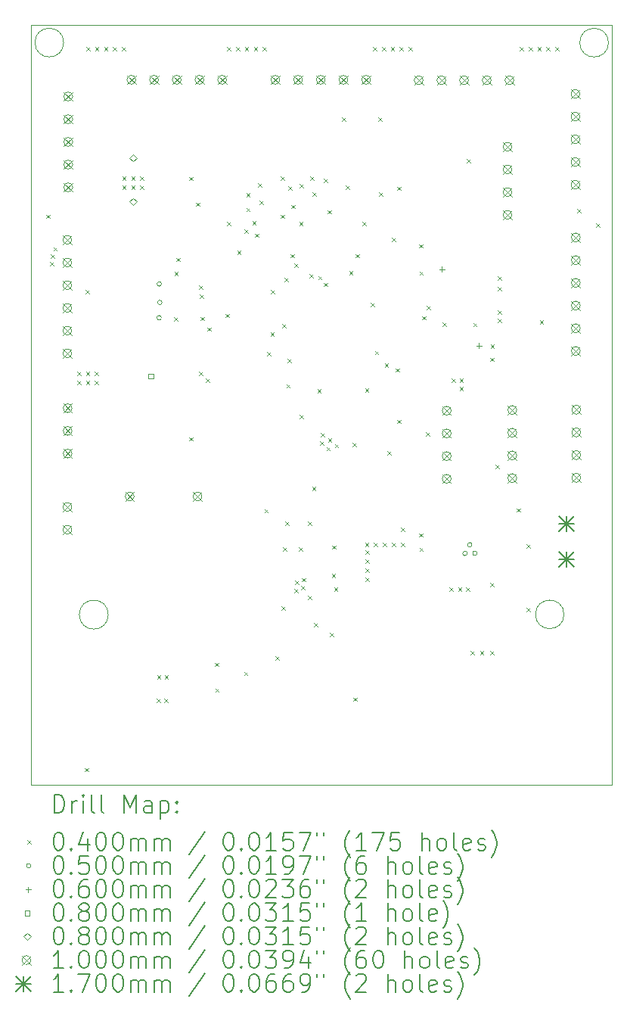
<source format=gbr>
%TF.GenerationSoftware,KiCad,Pcbnew,7.0.8*%
%TF.CreationDate,2023-11-09T09:46:33+07:00*%
%TF.ProjectId,PCB v2,50434220-7632-42e6-9b69-6361645f7063,rev?*%
%TF.SameCoordinates,Original*%
%TF.FileFunction,Drillmap*%
%TF.FilePolarity,Positive*%
%FSLAX45Y45*%
G04 Gerber Fmt 4.5, Leading zero omitted, Abs format (unit mm)*
G04 Created by KiCad (PCBNEW 7.0.8) date 2023-11-09 09:46:33*
%MOMM*%
%LPD*%
G01*
G04 APERTURE LIST*
%ADD10C,0.100000*%
%ADD11C,0.200000*%
%ADD12C,0.040000*%
%ADD13C,0.050000*%
%ADD14C,0.060000*%
%ADD15C,0.080000*%
%ADD16C,0.170000*%
G04 APERTURE END LIST*
D10*
X11105173Y-5243000D02*
X17605173Y-5243000D01*
X17605173Y-13743000D01*
X11105173Y-13743000D01*
X11105173Y-5243000D01*
X17565352Y-5444000D02*
G75*
G03*
X17565352Y-5444000I-160590J0D01*
G01*
X11966139Y-11843000D02*
G75*
G03*
X11966139Y-11843000I-161966J0D01*
G01*
X11466763Y-5443411D02*
G75*
G03*
X11466763Y-5443411I-160590J0D01*
G01*
X17067500Y-11840000D02*
G75*
G03*
X17067500Y-11840000I-159327J0D01*
G01*
D11*
D12*
X11271560Y-7367930D02*
X11311560Y-7407930D01*
X11311560Y-7367930D02*
X11271560Y-7407930D01*
X11313000Y-7895000D02*
X11353000Y-7935000D01*
X11353000Y-7895000D02*
X11313000Y-7935000D01*
X11320000Y-7812000D02*
X11360000Y-7852000D01*
X11360000Y-7812000D02*
X11320000Y-7852000D01*
X11353000Y-7732000D02*
X11393000Y-7772000D01*
X11393000Y-7732000D02*
X11353000Y-7772000D01*
X11616400Y-9125600D02*
X11656400Y-9165600D01*
X11656400Y-9125600D02*
X11616400Y-9165600D01*
X11616400Y-9225600D02*
X11656400Y-9265600D01*
X11656400Y-9225600D02*
X11616400Y-9265600D01*
X11704760Y-13558740D02*
X11744760Y-13598740D01*
X11744760Y-13558740D02*
X11704760Y-13598740D01*
X11714800Y-8209600D02*
X11754800Y-8249600D01*
X11754800Y-8209600D02*
X11714800Y-8249600D01*
X11716400Y-9125600D02*
X11756400Y-9165600D01*
X11756400Y-9125600D02*
X11716400Y-9165600D01*
X11716400Y-9225600D02*
X11756400Y-9265600D01*
X11756400Y-9225600D02*
X11716400Y-9265600D01*
X11719000Y-5494000D02*
X11759000Y-5534000D01*
X11759000Y-5494000D02*
X11719000Y-5534000D01*
X11816400Y-9125600D02*
X11856400Y-9165600D01*
X11856400Y-9125600D02*
X11816400Y-9165600D01*
X11816400Y-9225600D02*
X11856400Y-9265600D01*
X11856400Y-9225600D02*
X11816400Y-9265600D01*
X11819000Y-5494000D02*
X11859000Y-5534000D01*
X11859000Y-5494000D02*
X11819000Y-5534000D01*
X11919000Y-5494000D02*
X11959000Y-5534000D01*
X11959000Y-5494000D02*
X11919000Y-5534000D01*
X12019000Y-5494000D02*
X12059000Y-5534000D01*
X12059000Y-5494000D02*
X12019000Y-5534000D01*
X12119000Y-5494000D02*
X12159000Y-5534000D01*
X12159000Y-5494000D02*
X12119000Y-5534000D01*
X12124000Y-6940000D02*
X12164000Y-6980000D01*
X12164000Y-6940000D02*
X12124000Y-6980000D01*
X12124000Y-7040000D02*
X12164000Y-7080000D01*
X12164000Y-7040000D02*
X12124000Y-7080000D01*
X12224000Y-6940000D02*
X12264000Y-6980000D01*
X12264000Y-6940000D02*
X12224000Y-6980000D01*
X12224000Y-7040000D02*
X12264000Y-7080000D01*
X12264000Y-7040000D02*
X12224000Y-7080000D01*
X12324000Y-6940000D02*
X12364000Y-6980000D01*
X12364000Y-6940000D02*
X12324000Y-6980000D01*
X12324000Y-7040000D02*
X12364000Y-7080000D01*
X12364000Y-7040000D02*
X12324000Y-7080000D01*
X12510000Y-12785000D02*
X12550000Y-12825000D01*
X12550000Y-12785000D02*
X12510000Y-12825000D01*
X12512000Y-12521000D02*
X12552000Y-12561000D01*
X12552000Y-12521000D02*
X12512000Y-12561000D01*
X12594000Y-12784000D02*
X12634000Y-12824000D01*
X12634000Y-12784000D02*
X12594000Y-12824000D01*
X12596000Y-12520000D02*
X12636000Y-12560000D01*
X12636000Y-12520000D02*
X12596000Y-12560000D01*
X12703000Y-8513000D02*
X12743000Y-8553000D01*
X12743000Y-8513000D02*
X12703000Y-8553000D01*
X12706690Y-8006000D02*
X12746690Y-8046000D01*
X12746690Y-8006000D02*
X12706690Y-8046000D01*
X12728980Y-7852240D02*
X12768980Y-7892240D01*
X12768980Y-7852240D02*
X12728980Y-7892240D01*
X12872000Y-9858000D02*
X12912000Y-9898000D01*
X12912000Y-9858000D02*
X12872000Y-9898000D01*
X12874000Y-6945000D02*
X12914000Y-6985000D01*
X12914000Y-6945000D02*
X12874000Y-6985000D01*
X12946000Y-7233000D02*
X12986000Y-7273000D01*
X12986000Y-7233000D02*
X12946000Y-7273000D01*
X12979900Y-8160370D02*
X13019900Y-8200370D01*
X13019900Y-8160370D02*
X12979900Y-8200370D01*
X12984800Y-9124000D02*
X13024800Y-9164000D01*
X13024800Y-9124000D02*
X12984800Y-9164000D01*
X12992577Y-8259513D02*
X13032577Y-8299513D01*
X13032577Y-8259513D02*
X12992577Y-8299513D01*
X12997070Y-8511060D02*
X13037070Y-8551060D01*
X13037070Y-8511060D02*
X12997070Y-8551060D01*
X13061000Y-9200200D02*
X13101000Y-9240200D01*
X13101000Y-9200200D02*
X13061000Y-9240200D01*
X13076000Y-8629000D02*
X13116000Y-8669000D01*
X13116000Y-8629000D02*
X13076000Y-8669000D01*
X13157800Y-12379940D02*
X13197800Y-12419940D01*
X13197800Y-12379940D02*
X13157800Y-12419940D01*
X13163850Y-12667630D02*
X13203850Y-12707630D01*
X13203850Y-12667630D02*
X13163850Y-12707630D01*
X13278000Y-8478450D02*
X13318000Y-8518450D01*
X13318000Y-8478450D02*
X13278000Y-8518450D01*
X13295000Y-5493000D02*
X13335000Y-5533000D01*
X13335000Y-5493000D02*
X13295000Y-5533000D01*
X13295460Y-7450920D02*
X13335460Y-7490920D01*
X13335460Y-7450920D02*
X13295460Y-7490920D01*
X13395000Y-5493000D02*
X13435000Y-5533000D01*
X13435000Y-5493000D02*
X13395000Y-5533000D01*
X13409000Y-7772450D02*
X13449000Y-7812450D01*
X13449000Y-7772450D02*
X13409000Y-7812450D01*
X13485100Y-12483180D02*
X13525100Y-12523180D01*
X13525100Y-12483180D02*
X13485100Y-12523180D01*
X13491690Y-7531110D02*
X13531690Y-7571110D01*
X13531690Y-7531110D02*
X13491690Y-7571110D01*
X13495000Y-5493000D02*
X13535000Y-5533000D01*
X13535000Y-5493000D02*
X13495000Y-5533000D01*
X13511000Y-7130000D02*
X13551000Y-7170000D01*
X13551000Y-7130000D02*
X13511000Y-7170000D01*
X13512000Y-7293000D02*
X13552000Y-7333000D01*
X13552000Y-7293000D02*
X13512000Y-7333000D01*
X13579000Y-7440460D02*
X13619000Y-7480460D01*
X13619000Y-7440460D02*
X13579000Y-7480460D01*
X13595000Y-5493000D02*
X13635000Y-5533000D01*
X13635000Y-5493000D02*
X13595000Y-5533000D01*
X13608510Y-7580600D02*
X13648510Y-7620600D01*
X13648510Y-7580600D02*
X13608510Y-7620600D01*
X13640000Y-7016000D02*
X13680000Y-7056000D01*
X13680000Y-7016000D02*
X13640000Y-7056000D01*
X13656950Y-7209450D02*
X13696950Y-7249450D01*
X13696950Y-7209450D02*
X13656950Y-7249450D01*
X13695000Y-5493000D02*
X13735000Y-5533000D01*
X13735000Y-5493000D02*
X13695000Y-5533000D01*
X13715009Y-10663098D02*
X13755009Y-10703098D01*
X13755009Y-10663098D02*
X13715009Y-10703098D01*
X13744560Y-8906000D02*
X13784560Y-8946000D01*
X13784560Y-8906000D02*
X13744560Y-8946000D01*
X13783000Y-8685000D02*
X13823000Y-8725000D01*
X13823000Y-8685000D02*
X13783000Y-8725000D01*
X13788000Y-8212000D02*
X13828000Y-8252000D01*
X13828000Y-8212000D02*
X13788000Y-8252000D01*
X13835900Y-12310130D02*
X13875900Y-12350130D01*
X13875900Y-12310130D02*
X13835900Y-12350130D01*
X13899200Y-6939600D02*
X13939200Y-6979600D01*
X13939200Y-6939600D02*
X13899200Y-6979600D01*
X13899550Y-7369266D02*
X13939550Y-7409266D01*
X13939550Y-7369266D02*
X13899550Y-7409266D01*
X13903930Y-11753070D02*
X13943930Y-11793070D01*
X13943930Y-11753070D02*
X13903930Y-11793070D01*
X13912000Y-8589000D02*
X13952000Y-8629000D01*
X13952000Y-8589000D02*
X13912000Y-8629000D01*
X13920000Y-11091000D02*
X13960000Y-11131000D01*
X13960000Y-11091000D02*
X13920000Y-11131000D01*
X13939910Y-8074090D02*
X13979910Y-8114090D01*
X13979910Y-8074090D02*
X13939910Y-8114090D01*
X13945350Y-10803260D02*
X13985350Y-10843260D01*
X13985350Y-10803260D02*
X13945350Y-10843260D01*
X13960000Y-9265000D02*
X14000000Y-9305000D01*
X14000000Y-9265000D02*
X13960000Y-9305000D01*
X13972000Y-8981120D02*
X14012000Y-9021120D01*
X14012000Y-8981120D02*
X13972000Y-9021120D01*
X13980430Y-7053380D02*
X14020430Y-7093380D01*
X14020430Y-7053380D02*
X13980430Y-7093380D01*
X14005920Y-7807790D02*
X14045920Y-7847790D01*
X14045920Y-7807790D02*
X14005920Y-7847790D01*
X14018210Y-7257950D02*
X14058210Y-7297950D01*
X14058210Y-7257950D02*
X14018210Y-7297950D01*
X14046100Y-7911650D02*
X14086100Y-7951650D01*
X14086100Y-7911650D02*
X14046100Y-7951650D01*
X14052000Y-11553000D02*
X14092000Y-11593000D01*
X14092000Y-11553000D02*
X14052000Y-11593000D01*
X14060000Y-11463000D02*
X14100000Y-11503000D01*
X14100000Y-11463000D02*
X14060000Y-11503000D01*
X14101000Y-11089000D02*
X14141000Y-11129000D01*
X14141000Y-11089000D02*
X14101000Y-11129000D01*
X14105100Y-7447020D02*
X14145100Y-7487020D01*
X14145100Y-7447020D02*
X14105100Y-7487020D01*
X14107000Y-9611000D02*
X14147000Y-9651000D01*
X14147000Y-9611000D02*
X14107000Y-9651000D01*
X14109350Y-7026990D02*
X14149350Y-7066990D01*
X14149350Y-7026990D02*
X14109350Y-7066990D01*
X14128000Y-11522000D02*
X14168000Y-11562000D01*
X14168000Y-11522000D02*
X14128000Y-11562000D01*
X14136000Y-11432000D02*
X14176000Y-11472000D01*
X14176000Y-11432000D02*
X14136000Y-11472000D01*
X14198770Y-10804660D02*
X14238770Y-10844660D01*
X14238770Y-10804660D02*
X14198770Y-10844660D01*
X14198770Y-11632380D02*
X14238770Y-11672380D01*
X14238770Y-11632380D02*
X14198770Y-11672380D01*
X14216880Y-8032870D02*
X14256880Y-8072870D01*
X14256880Y-8032870D02*
X14216880Y-8072870D01*
X14229400Y-6939600D02*
X14269400Y-6979600D01*
X14269400Y-6939600D02*
X14229400Y-6979600D01*
X14248000Y-10415000D02*
X14288000Y-10455000D01*
X14288000Y-10415000D02*
X14248000Y-10455000D01*
X14254700Y-7120760D02*
X14294700Y-7160760D01*
X14294700Y-7120760D02*
X14254700Y-7160760D01*
X14266460Y-11937000D02*
X14306460Y-11977000D01*
X14306460Y-11937000D02*
X14266460Y-11977000D01*
X14308000Y-9320790D02*
X14348000Y-9360790D01*
X14348000Y-9320790D02*
X14308000Y-9360790D01*
X14316920Y-8055090D02*
X14356920Y-8095090D01*
X14356920Y-8055090D02*
X14316920Y-8095090D01*
X14335000Y-9907000D02*
X14375000Y-9947000D01*
X14375000Y-9907000D02*
X14335000Y-9947000D01*
X14346000Y-9812000D02*
X14386000Y-9852000D01*
X14386000Y-9812000D02*
X14346000Y-9852000D01*
X14381800Y-6965000D02*
X14421800Y-7005000D01*
X14421800Y-6965000D02*
X14381800Y-7005000D01*
X14381940Y-8131540D02*
X14421940Y-8171540D01*
X14421940Y-8131540D02*
X14381940Y-8171540D01*
X14409000Y-9968000D02*
X14449000Y-10008000D01*
X14449000Y-9968000D02*
X14409000Y-10008000D01*
X14422000Y-7316810D02*
X14462000Y-7356810D01*
X14462000Y-7316810D02*
X14422000Y-7356810D01*
X14425000Y-9872000D02*
X14465000Y-9912000D01*
X14465000Y-9872000D02*
X14425000Y-9912000D01*
X14445000Y-12048000D02*
X14485000Y-12088000D01*
X14485000Y-12048000D02*
X14445000Y-12088000D01*
X14469000Y-11385000D02*
X14509000Y-11425000D01*
X14509000Y-11385000D02*
X14469000Y-11425000D01*
X14471000Y-11068000D02*
X14511000Y-11108000D01*
X14511000Y-11068000D02*
X14471000Y-11108000D01*
X14493000Y-11536000D02*
X14533000Y-11576000D01*
X14533000Y-11536000D02*
X14493000Y-11576000D01*
X14502000Y-9935000D02*
X14542000Y-9975000D01*
X14542000Y-9935000D02*
X14502000Y-9975000D01*
X14583000Y-6280000D02*
X14623000Y-6320000D01*
X14623000Y-6280000D02*
X14583000Y-6320000D01*
X14622000Y-7041200D02*
X14662000Y-7081200D01*
X14662000Y-7041200D02*
X14622000Y-7081200D01*
X14662500Y-7999120D02*
X14702500Y-8039120D01*
X14702500Y-7999120D02*
X14662500Y-8039120D01*
X14704000Y-9919800D02*
X14744000Y-9959800D01*
X14744000Y-9919800D02*
X14704000Y-9959800D01*
X14707350Y-12771060D02*
X14747350Y-12811060D01*
X14747350Y-12771060D02*
X14707350Y-12811060D01*
X14736290Y-7809930D02*
X14776290Y-7849930D01*
X14776290Y-7809930D02*
X14736290Y-7849930D01*
X14809530Y-7446940D02*
X14849530Y-7486940D01*
X14849530Y-7446940D02*
X14809530Y-7486940D01*
X14840000Y-11037000D02*
X14880000Y-11077000D01*
X14880000Y-11037000D02*
X14840000Y-11077000D01*
X14841880Y-9308970D02*
X14881880Y-9348970D01*
X14881880Y-9308970D02*
X14841880Y-9348970D01*
X14845000Y-11126000D02*
X14885000Y-11166000D01*
X14885000Y-11126000D02*
X14845000Y-11166000D01*
X14845000Y-11226000D02*
X14885000Y-11266000D01*
X14885000Y-11226000D02*
X14845000Y-11266000D01*
X14845000Y-11326000D02*
X14885000Y-11366000D01*
X14885000Y-11326000D02*
X14845000Y-11366000D01*
X14845000Y-11426000D02*
X14885000Y-11466000D01*
X14885000Y-11426000D02*
X14845000Y-11466000D01*
X14905980Y-8355920D02*
X14945980Y-8395920D01*
X14945980Y-8355920D02*
X14905980Y-8395920D01*
X14929000Y-5494000D02*
X14969000Y-5534000D01*
X14969000Y-5494000D02*
X14929000Y-5534000D01*
X14940000Y-11037000D02*
X14980000Y-11077000D01*
X14980000Y-11037000D02*
X14940000Y-11077000D01*
X14950680Y-8893410D02*
X14990680Y-8933410D01*
X14990680Y-8893410D02*
X14950680Y-8933410D01*
X14990000Y-6281000D02*
X15030000Y-6321000D01*
X15030000Y-6281000D02*
X14990000Y-6321000D01*
X14994850Y-7120760D02*
X15034850Y-7160760D01*
X15034850Y-7120760D02*
X14994850Y-7160760D01*
X15029000Y-5494000D02*
X15069000Y-5534000D01*
X15069000Y-5494000D02*
X15029000Y-5534000D01*
X15040000Y-11037000D02*
X15080000Y-11077000D01*
X15080000Y-11037000D02*
X15040000Y-11077000D01*
X15061930Y-9031820D02*
X15101930Y-9071820D01*
X15101930Y-9031820D02*
X15061930Y-9071820D01*
X15093000Y-10013000D02*
X15133000Y-10053000D01*
X15133000Y-10013000D02*
X15093000Y-10053000D01*
X15129000Y-5494000D02*
X15169000Y-5534000D01*
X15169000Y-5494000D02*
X15129000Y-5534000D01*
X15138340Y-7625490D02*
X15178340Y-7665490D01*
X15178340Y-7625490D02*
X15138340Y-7665490D01*
X15140000Y-11037000D02*
X15180000Y-11077000D01*
X15180000Y-11037000D02*
X15140000Y-11077000D01*
X15181700Y-9086510D02*
X15221700Y-9126510D01*
X15221700Y-9086510D02*
X15181700Y-9126510D01*
X15197840Y-9663510D02*
X15237840Y-9703510D01*
X15237840Y-9663510D02*
X15197840Y-9703510D01*
X15202350Y-7055190D02*
X15242350Y-7095190D01*
X15242350Y-7055190D02*
X15202350Y-7095190D01*
X15229000Y-5494000D02*
X15269000Y-5534000D01*
X15269000Y-5494000D02*
X15229000Y-5534000D01*
X15240000Y-11037000D02*
X15280000Y-11077000D01*
X15280000Y-11037000D02*
X15240000Y-11077000D01*
X15241086Y-10870454D02*
X15281086Y-10910454D01*
X15281086Y-10870454D02*
X15241086Y-10910454D01*
X15329000Y-5494000D02*
X15369000Y-5534000D01*
X15369000Y-5494000D02*
X15329000Y-5534000D01*
X15448000Y-7697940D02*
X15488000Y-7737940D01*
X15488000Y-7697940D02*
X15448000Y-7737940D01*
X15449000Y-10933050D02*
X15489000Y-10973050D01*
X15489000Y-10933050D02*
X15449000Y-10973050D01*
X15450000Y-8003000D02*
X15490000Y-8043000D01*
X15490000Y-8003000D02*
X15450000Y-8043000D01*
X15450000Y-11094000D02*
X15490000Y-11134000D01*
X15490000Y-11094000D02*
X15450000Y-11134000D01*
X15478290Y-8503230D02*
X15518290Y-8543230D01*
X15518290Y-8503230D02*
X15478290Y-8543230D01*
X15524000Y-9800000D02*
X15564000Y-9840000D01*
X15564000Y-9800000D02*
X15524000Y-9840000D01*
X15528520Y-8387040D02*
X15568520Y-8427040D01*
X15568520Y-8387040D02*
X15528520Y-8427040D01*
X15709010Y-8578000D02*
X15749010Y-8618000D01*
X15749010Y-8578000D02*
X15709010Y-8618000D01*
X15787000Y-11537000D02*
X15827000Y-11577000D01*
X15827000Y-11537000D02*
X15787000Y-11577000D01*
X15812000Y-9200000D02*
X15852000Y-9240000D01*
X15852000Y-9200000D02*
X15812000Y-9240000D01*
X15881000Y-11540000D02*
X15921000Y-11580000D01*
X15921000Y-11540000D02*
X15881000Y-11580000D01*
X15898000Y-9201000D02*
X15938000Y-9241000D01*
X15938000Y-9201000D02*
X15898000Y-9241000D01*
X15899000Y-9293000D02*
X15939000Y-9333000D01*
X15939000Y-9293000D02*
X15899000Y-9333000D01*
X15971000Y-11539000D02*
X16011000Y-11579000D01*
X16011000Y-11539000D02*
X15971000Y-11579000D01*
X15978150Y-6749020D02*
X16018150Y-6789020D01*
X16018150Y-6749020D02*
X15978150Y-6789020D01*
X16021000Y-12251000D02*
X16061000Y-12291000D01*
X16061000Y-12251000D02*
X16021000Y-12291000D01*
X16050930Y-8578474D02*
X16090930Y-8618474D01*
X16090930Y-8578474D02*
X16050930Y-8618474D01*
X16127000Y-12251000D02*
X16167000Y-12291000D01*
X16167000Y-12251000D02*
X16127000Y-12291000D01*
X16242000Y-12251000D02*
X16282000Y-12291000D01*
X16282000Y-12251000D02*
X16242000Y-12291000D01*
X16242540Y-11485110D02*
X16282540Y-11525110D01*
X16282540Y-11485110D02*
X16242540Y-11525110D01*
X16244000Y-8969060D02*
X16284000Y-9009060D01*
X16284000Y-8969060D02*
X16244000Y-9009060D01*
X16246897Y-8821119D02*
X16286897Y-8861119D01*
X16286897Y-8821119D02*
X16246897Y-8861119D01*
X16302150Y-10166530D02*
X16342150Y-10206530D01*
X16342150Y-10166530D02*
X16302150Y-10206530D01*
X16324000Y-8059000D02*
X16364000Y-8099000D01*
X16364000Y-8059000D02*
X16324000Y-8099000D01*
X16326000Y-8437000D02*
X16366000Y-8477000D01*
X16366000Y-8437000D02*
X16326000Y-8477000D01*
X16326000Y-8532000D02*
X16366000Y-8572000D01*
X16366000Y-8532000D02*
X16326000Y-8572000D01*
X16328000Y-8177000D02*
X16368000Y-8217000D01*
X16368000Y-8177000D02*
X16328000Y-8217000D01*
X16537000Y-10654000D02*
X16577000Y-10694000D01*
X16577000Y-10654000D02*
X16537000Y-10694000D01*
X16571000Y-5494000D02*
X16611000Y-5534000D01*
X16611000Y-5494000D02*
X16571000Y-5534000D01*
X16646000Y-11058000D02*
X16686000Y-11098000D01*
X16686000Y-11058000D02*
X16646000Y-11098000D01*
X16647000Y-11766000D02*
X16687000Y-11806000D01*
X16687000Y-11766000D02*
X16647000Y-11806000D01*
X16671000Y-5494000D02*
X16711000Y-5534000D01*
X16711000Y-5494000D02*
X16671000Y-5534000D01*
X16771000Y-5494000D02*
X16811000Y-5534000D01*
X16811000Y-5494000D02*
X16771000Y-5534000D01*
X16797000Y-8548000D02*
X16837000Y-8588000D01*
X16837000Y-8548000D02*
X16797000Y-8588000D01*
X16871000Y-5494000D02*
X16911000Y-5534000D01*
X16911000Y-5494000D02*
X16871000Y-5534000D01*
X16971000Y-5494000D02*
X17011000Y-5534000D01*
X17011000Y-5494000D02*
X16971000Y-5534000D01*
X17217000Y-7305000D02*
X17257000Y-7345000D01*
X17257000Y-7305000D02*
X17217000Y-7345000D01*
X17426000Y-7466000D02*
X17466000Y-7506000D01*
X17466000Y-7466000D02*
X17426000Y-7506000D01*
D13*
X12560000Y-8522000D02*
G75*
G03*
X12560000Y-8522000I-25000J0D01*
G01*
X12562000Y-8144000D02*
G75*
G03*
X12562000Y-8144000I-25000J0D01*
G01*
X12568000Y-8350000D02*
G75*
G03*
X12568000Y-8350000I-25000J0D01*
G01*
X15985000Y-11158000D02*
G75*
G03*
X15985000Y-11158000I-25000J0D01*
G01*
X16038000Y-11061000D02*
G75*
G03*
X16038000Y-11061000I-25000J0D01*
G01*
X16095000Y-11157000D02*
G75*
G03*
X16095000Y-11157000I-25000J0D01*
G01*
D14*
X15701000Y-7948000D02*
X15701000Y-8008000D01*
X15671000Y-7978000D02*
X15731000Y-7978000D01*
X16116405Y-8802599D02*
X16116405Y-8862599D01*
X16086405Y-8832599D02*
X16146405Y-8832599D01*
D15*
X12474414Y-9202875D02*
X12474414Y-9146306D01*
X12417845Y-9146306D01*
X12417845Y-9202875D01*
X12474414Y-9202875D01*
X12245850Y-6773750D02*
X12285850Y-6733750D01*
X12245850Y-6693750D01*
X12205850Y-6733750D01*
X12245850Y-6773750D01*
X12245850Y-7261750D02*
X12285850Y-7221750D01*
X12245850Y-7181750D01*
X12205850Y-7221750D01*
X12245850Y-7261750D01*
D10*
X11457850Y-7600000D02*
X11557850Y-7700000D01*
X11557850Y-7600000D02*
X11457850Y-7700000D01*
X11557850Y-7650000D02*
G75*
G03*
X11557850Y-7650000I-50000J0D01*
G01*
X11457850Y-7854000D02*
X11557850Y-7954000D01*
X11557850Y-7854000D02*
X11457850Y-7954000D01*
X11557850Y-7904000D02*
G75*
G03*
X11557850Y-7904000I-50000J0D01*
G01*
X11457850Y-8108000D02*
X11557850Y-8208000D01*
X11557850Y-8108000D02*
X11457850Y-8208000D01*
X11557850Y-8158000D02*
G75*
G03*
X11557850Y-8158000I-50000J0D01*
G01*
X11457850Y-8362000D02*
X11557850Y-8462000D01*
X11557850Y-8362000D02*
X11457850Y-8462000D01*
X11557850Y-8412000D02*
G75*
G03*
X11557850Y-8412000I-50000J0D01*
G01*
X11457850Y-8616000D02*
X11557850Y-8716000D01*
X11557850Y-8616000D02*
X11457850Y-8716000D01*
X11557850Y-8666000D02*
G75*
G03*
X11557850Y-8666000I-50000J0D01*
G01*
X11457850Y-8870000D02*
X11557850Y-8970000D01*
X11557850Y-8870000D02*
X11457850Y-8970000D01*
X11557850Y-8920000D02*
G75*
G03*
X11557850Y-8920000I-50000J0D01*
G01*
X11459850Y-10589000D02*
X11559850Y-10689000D01*
X11559850Y-10589000D02*
X11459850Y-10689000D01*
X11559850Y-10639000D02*
G75*
G03*
X11559850Y-10639000I-50000J0D01*
G01*
X11459850Y-10843000D02*
X11559850Y-10943000D01*
X11559850Y-10843000D02*
X11459850Y-10943000D01*
X11559850Y-10893000D02*
G75*
G03*
X11559850Y-10893000I-50000J0D01*
G01*
X11461850Y-9484000D02*
X11561850Y-9584000D01*
X11561850Y-9484000D02*
X11461850Y-9584000D01*
X11561850Y-9534000D02*
G75*
G03*
X11561850Y-9534000I-50000J0D01*
G01*
X11461850Y-9738000D02*
X11561850Y-9838000D01*
X11561850Y-9738000D02*
X11461850Y-9838000D01*
X11561850Y-9788000D02*
G75*
G03*
X11561850Y-9788000I-50000J0D01*
G01*
X11461850Y-9992000D02*
X11561850Y-10092000D01*
X11561850Y-9992000D02*
X11461850Y-10092000D01*
X11561850Y-10042000D02*
G75*
G03*
X11561850Y-10042000I-50000J0D01*
G01*
X11467400Y-5996250D02*
X11567400Y-6096250D01*
X11567400Y-5996250D02*
X11467400Y-6096250D01*
X11567400Y-6046250D02*
G75*
G03*
X11567400Y-6046250I-50000J0D01*
G01*
X11467400Y-6250250D02*
X11567400Y-6350250D01*
X11567400Y-6250250D02*
X11467400Y-6350250D01*
X11567400Y-6300250D02*
G75*
G03*
X11567400Y-6300250I-50000J0D01*
G01*
X11467400Y-6504250D02*
X11567400Y-6604250D01*
X11567400Y-6504250D02*
X11467400Y-6604250D01*
X11567400Y-6554250D02*
G75*
G03*
X11567400Y-6554250I-50000J0D01*
G01*
X11467400Y-6758250D02*
X11567400Y-6858250D01*
X11567400Y-6758250D02*
X11467400Y-6858250D01*
X11567400Y-6808250D02*
G75*
G03*
X11567400Y-6808250I-50000J0D01*
G01*
X11467400Y-7012250D02*
X11567400Y-7112250D01*
X11567400Y-7012250D02*
X11467400Y-7112250D01*
X11567400Y-7062250D02*
G75*
G03*
X11567400Y-7062250I-50000J0D01*
G01*
X12156000Y-10471000D02*
X12256000Y-10571000D01*
X12256000Y-10471000D02*
X12156000Y-10571000D01*
X12256000Y-10521000D02*
G75*
G03*
X12256000Y-10521000I-50000J0D01*
G01*
X12174850Y-5810000D02*
X12274850Y-5910000D01*
X12274850Y-5810000D02*
X12174850Y-5910000D01*
X12274850Y-5860000D02*
G75*
G03*
X12274850Y-5860000I-50000J0D01*
G01*
X12428850Y-5810000D02*
X12528850Y-5910000D01*
X12528850Y-5810000D02*
X12428850Y-5910000D01*
X12528850Y-5860000D02*
G75*
G03*
X12528850Y-5860000I-50000J0D01*
G01*
X12682850Y-5810000D02*
X12782850Y-5910000D01*
X12782850Y-5810000D02*
X12682850Y-5910000D01*
X12782850Y-5860000D02*
G75*
G03*
X12782850Y-5860000I-50000J0D01*
G01*
X12916000Y-10471000D02*
X13016000Y-10571000D01*
X13016000Y-10471000D02*
X12916000Y-10571000D01*
X13016000Y-10521000D02*
G75*
G03*
X13016000Y-10521000I-50000J0D01*
G01*
X12936850Y-5810000D02*
X13036850Y-5910000D01*
X13036850Y-5810000D02*
X12936850Y-5910000D01*
X13036850Y-5860000D02*
G75*
G03*
X13036850Y-5860000I-50000J0D01*
G01*
X13190850Y-5810000D02*
X13290850Y-5910000D01*
X13290850Y-5810000D02*
X13190850Y-5910000D01*
X13290850Y-5860000D02*
G75*
G03*
X13290850Y-5860000I-50000J0D01*
G01*
X13786850Y-5810000D02*
X13886850Y-5910000D01*
X13886850Y-5810000D02*
X13786850Y-5910000D01*
X13886850Y-5860000D02*
G75*
G03*
X13886850Y-5860000I-50000J0D01*
G01*
X14040850Y-5810000D02*
X14140850Y-5910000D01*
X14140850Y-5810000D02*
X14040850Y-5910000D01*
X14140850Y-5860000D02*
G75*
G03*
X14140850Y-5860000I-50000J0D01*
G01*
X14294850Y-5810000D02*
X14394850Y-5910000D01*
X14394850Y-5810000D02*
X14294850Y-5910000D01*
X14394850Y-5860000D02*
G75*
G03*
X14394850Y-5860000I-50000J0D01*
G01*
X14548850Y-5810000D02*
X14648850Y-5910000D01*
X14648850Y-5810000D02*
X14548850Y-5910000D01*
X14648850Y-5860000D02*
G75*
G03*
X14648850Y-5860000I-50000J0D01*
G01*
X14802850Y-5810000D02*
X14902850Y-5910000D01*
X14902850Y-5810000D02*
X14802850Y-5910000D01*
X14902850Y-5860000D02*
G75*
G03*
X14902850Y-5860000I-50000J0D01*
G01*
X15391850Y-5815000D02*
X15491850Y-5915000D01*
X15491850Y-5815000D02*
X15391850Y-5915000D01*
X15491850Y-5865000D02*
G75*
G03*
X15491850Y-5865000I-50000J0D01*
G01*
X15645850Y-5815000D02*
X15745850Y-5915000D01*
X15745850Y-5815000D02*
X15645850Y-5915000D01*
X15745850Y-5865000D02*
G75*
G03*
X15745850Y-5865000I-50000J0D01*
G01*
X15704450Y-9511000D02*
X15804450Y-9611000D01*
X15804450Y-9511000D02*
X15704450Y-9611000D01*
X15804450Y-9561000D02*
G75*
G03*
X15804450Y-9561000I-50000J0D01*
G01*
X15704450Y-9765000D02*
X15804450Y-9865000D01*
X15804450Y-9765000D02*
X15704450Y-9865000D01*
X15804450Y-9815000D02*
G75*
G03*
X15804450Y-9815000I-50000J0D01*
G01*
X15704450Y-10019000D02*
X15804450Y-10119000D01*
X15804450Y-10019000D02*
X15704450Y-10119000D01*
X15804450Y-10069000D02*
G75*
G03*
X15804450Y-10069000I-50000J0D01*
G01*
X15704450Y-10273000D02*
X15804450Y-10373000D01*
X15804450Y-10273000D02*
X15704450Y-10373000D01*
X15804450Y-10323000D02*
G75*
G03*
X15804450Y-10323000I-50000J0D01*
G01*
X15899850Y-5815000D02*
X15999850Y-5915000D01*
X15999850Y-5815000D02*
X15899850Y-5915000D01*
X15999850Y-5865000D02*
G75*
G03*
X15999850Y-5865000I-50000J0D01*
G01*
X16153850Y-5815000D02*
X16253850Y-5915000D01*
X16253850Y-5815000D02*
X16153850Y-5915000D01*
X16253850Y-5865000D02*
G75*
G03*
X16253850Y-5865000I-50000J0D01*
G01*
X16385850Y-6558000D02*
X16485850Y-6658000D01*
X16485850Y-6558000D02*
X16385850Y-6658000D01*
X16485850Y-6608000D02*
G75*
G03*
X16485850Y-6608000I-50000J0D01*
G01*
X16385850Y-6812000D02*
X16485850Y-6912000D01*
X16485850Y-6812000D02*
X16385850Y-6912000D01*
X16485850Y-6862000D02*
G75*
G03*
X16485850Y-6862000I-50000J0D01*
G01*
X16385850Y-7066000D02*
X16485850Y-7166000D01*
X16485850Y-7066000D02*
X16385850Y-7166000D01*
X16485850Y-7116000D02*
G75*
G03*
X16485850Y-7116000I-50000J0D01*
G01*
X16385850Y-7320000D02*
X16485850Y-7420000D01*
X16485850Y-7320000D02*
X16385850Y-7420000D01*
X16485850Y-7370000D02*
G75*
G03*
X16485850Y-7370000I-50000J0D01*
G01*
X16407850Y-5815000D02*
X16507850Y-5915000D01*
X16507850Y-5815000D02*
X16407850Y-5915000D01*
X16507850Y-5865000D02*
G75*
G03*
X16507850Y-5865000I-50000J0D01*
G01*
X16439000Y-9504000D02*
X16539000Y-9604000D01*
X16539000Y-9504000D02*
X16439000Y-9604000D01*
X16539000Y-9554000D02*
G75*
G03*
X16539000Y-9554000I-50000J0D01*
G01*
X16439000Y-9758000D02*
X16539000Y-9858000D01*
X16539000Y-9758000D02*
X16439000Y-9858000D01*
X16539000Y-9808000D02*
G75*
G03*
X16539000Y-9808000I-50000J0D01*
G01*
X16439000Y-10012000D02*
X16539000Y-10112000D01*
X16539000Y-10012000D02*
X16439000Y-10112000D01*
X16539000Y-10062000D02*
G75*
G03*
X16539000Y-10062000I-50000J0D01*
G01*
X16439000Y-10266000D02*
X16539000Y-10366000D01*
X16539000Y-10266000D02*
X16439000Y-10366000D01*
X16539000Y-10316000D02*
G75*
G03*
X16539000Y-10316000I-50000J0D01*
G01*
X17145770Y-5967000D02*
X17245770Y-6067000D01*
X17245770Y-5967000D02*
X17145770Y-6067000D01*
X17245770Y-6017000D02*
G75*
G03*
X17245770Y-6017000I-50000J0D01*
G01*
X17145770Y-6221000D02*
X17245770Y-6321000D01*
X17245770Y-6221000D02*
X17145770Y-6321000D01*
X17245770Y-6271000D02*
G75*
G03*
X17245770Y-6271000I-50000J0D01*
G01*
X17145770Y-6475000D02*
X17245770Y-6575000D01*
X17245770Y-6475000D02*
X17145770Y-6575000D01*
X17245770Y-6525000D02*
G75*
G03*
X17245770Y-6525000I-50000J0D01*
G01*
X17145770Y-6729000D02*
X17245770Y-6829000D01*
X17245770Y-6729000D02*
X17145770Y-6829000D01*
X17245770Y-6779000D02*
G75*
G03*
X17245770Y-6779000I-50000J0D01*
G01*
X17145770Y-6983000D02*
X17245770Y-7083000D01*
X17245770Y-6983000D02*
X17145770Y-7083000D01*
X17245770Y-7033000D02*
G75*
G03*
X17245770Y-7033000I-50000J0D01*
G01*
X17149770Y-7574000D02*
X17249770Y-7674000D01*
X17249770Y-7574000D02*
X17149770Y-7674000D01*
X17249770Y-7624000D02*
G75*
G03*
X17249770Y-7624000I-50000J0D01*
G01*
X17149770Y-7828000D02*
X17249770Y-7928000D01*
X17249770Y-7828000D02*
X17149770Y-7928000D01*
X17249770Y-7878000D02*
G75*
G03*
X17249770Y-7878000I-50000J0D01*
G01*
X17149770Y-8082000D02*
X17249770Y-8182000D01*
X17249770Y-8082000D02*
X17149770Y-8182000D01*
X17249770Y-8132000D02*
G75*
G03*
X17249770Y-8132000I-50000J0D01*
G01*
X17149770Y-8336000D02*
X17249770Y-8436000D01*
X17249770Y-8336000D02*
X17149770Y-8436000D01*
X17249770Y-8386000D02*
G75*
G03*
X17249770Y-8386000I-50000J0D01*
G01*
X17149770Y-8590000D02*
X17249770Y-8690000D01*
X17249770Y-8590000D02*
X17149770Y-8690000D01*
X17249770Y-8640000D02*
G75*
G03*
X17249770Y-8640000I-50000J0D01*
G01*
X17149770Y-8844000D02*
X17249770Y-8944000D01*
X17249770Y-8844000D02*
X17149770Y-8944000D01*
X17249770Y-8894000D02*
G75*
G03*
X17249770Y-8894000I-50000J0D01*
G01*
X17155850Y-9500000D02*
X17255850Y-9600000D01*
X17255850Y-9500000D02*
X17155850Y-9600000D01*
X17255850Y-9550000D02*
G75*
G03*
X17255850Y-9550000I-50000J0D01*
G01*
X17155850Y-9754000D02*
X17255850Y-9854000D01*
X17255850Y-9754000D02*
X17155850Y-9854000D01*
X17255850Y-9804000D02*
G75*
G03*
X17255850Y-9804000I-50000J0D01*
G01*
X17155850Y-10008000D02*
X17255850Y-10108000D01*
X17255850Y-10008000D02*
X17155850Y-10108000D01*
X17255850Y-10058000D02*
G75*
G03*
X17255850Y-10058000I-50000J0D01*
G01*
X17155850Y-10262000D02*
X17255850Y-10362000D01*
X17255850Y-10262000D02*
X17155850Y-10362000D01*
X17255850Y-10312000D02*
G75*
G03*
X17255850Y-10312000I-50000J0D01*
G01*
D16*
X17008000Y-10744250D02*
X17178000Y-10914250D01*
X17178000Y-10744250D02*
X17008000Y-10914250D01*
X17093000Y-10744250D02*
X17093000Y-10914250D01*
X17008000Y-10829250D02*
X17178000Y-10829250D01*
X17008000Y-11140250D02*
X17178000Y-11310250D01*
X17178000Y-11140250D02*
X17008000Y-11310250D01*
X17093000Y-11140250D02*
X17093000Y-11310250D01*
X17008000Y-11225250D02*
X17178000Y-11225250D01*
D11*
X11360950Y-14059484D02*
X11360950Y-13859484D01*
X11360950Y-13859484D02*
X11408569Y-13859484D01*
X11408569Y-13859484D02*
X11437141Y-13869008D01*
X11437141Y-13869008D02*
X11456188Y-13888055D01*
X11456188Y-13888055D02*
X11465712Y-13907103D01*
X11465712Y-13907103D02*
X11475236Y-13945198D01*
X11475236Y-13945198D02*
X11475236Y-13973769D01*
X11475236Y-13973769D02*
X11465712Y-14011865D01*
X11465712Y-14011865D02*
X11456188Y-14030912D01*
X11456188Y-14030912D02*
X11437141Y-14049960D01*
X11437141Y-14049960D02*
X11408569Y-14059484D01*
X11408569Y-14059484D02*
X11360950Y-14059484D01*
X11560950Y-14059484D02*
X11560950Y-13926150D01*
X11560950Y-13964246D02*
X11570474Y-13945198D01*
X11570474Y-13945198D02*
X11579998Y-13935674D01*
X11579998Y-13935674D02*
X11599045Y-13926150D01*
X11599045Y-13926150D02*
X11618093Y-13926150D01*
X11684760Y-14059484D02*
X11684760Y-13926150D01*
X11684760Y-13859484D02*
X11675236Y-13869008D01*
X11675236Y-13869008D02*
X11684760Y-13878531D01*
X11684760Y-13878531D02*
X11694283Y-13869008D01*
X11694283Y-13869008D02*
X11684760Y-13859484D01*
X11684760Y-13859484D02*
X11684760Y-13878531D01*
X11808569Y-14059484D02*
X11789521Y-14049960D01*
X11789521Y-14049960D02*
X11779998Y-14030912D01*
X11779998Y-14030912D02*
X11779998Y-13859484D01*
X11913331Y-14059484D02*
X11894283Y-14049960D01*
X11894283Y-14049960D02*
X11884760Y-14030912D01*
X11884760Y-14030912D02*
X11884760Y-13859484D01*
X12141902Y-14059484D02*
X12141902Y-13859484D01*
X12141902Y-13859484D02*
X12208569Y-14002341D01*
X12208569Y-14002341D02*
X12275236Y-13859484D01*
X12275236Y-13859484D02*
X12275236Y-14059484D01*
X12456188Y-14059484D02*
X12456188Y-13954722D01*
X12456188Y-13954722D02*
X12446664Y-13935674D01*
X12446664Y-13935674D02*
X12427617Y-13926150D01*
X12427617Y-13926150D02*
X12389521Y-13926150D01*
X12389521Y-13926150D02*
X12370474Y-13935674D01*
X12456188Y-14049960D02*
X12437141Y-14059484D01*
X12437141Y-14059484D02*
X12389521Y-14059484D01*
X12389521Y-14059484D02*
X12370474Y-14049960D01*
X12370474Y-14049960D02*
X12360950Y-14030912D01*
X12360950Y-14030912D02*
X12360950Y-14011865D01*
X12360950Y-14011865D02*
X12370474Y-13992817D01*
X12370474Y-13992817D02*
X12389521Y-13983293D01*
X12389521Y-13983293D02*
X12437141Y-13983293D01*
X12437141Y-13983293D02*
X12456188Y-13973769D01*
X12551426Y-13926150D02*
X12551426Y-14126150D01*
X12551426Y-13935674D02*
X12570474Y-13926150D01*
X12570474Y-13926150D02*
X12608569Y-13926150D01*
X12608569Y-13926150D02*
X12627617Y-13935674D01*
X12627617Y-13935674D02*
X12637141Y-13945198D01*
X12637141Y-13945198D02*
X12646664Y-13964246D01*
X12646664Y-13964246D02*
X12646664Y-14021388D01*
X12646664Y-14021388D02*
X12637141Y-14040436D01*
X12637141Y-14040436D02*
X12627617Y-14049960D01*
X12627617Y-14049960D02*
X12608569Y-14059484D01*
X12608569Y-14059484D02*
X12570474Y-14059484D01*
X12570474Y-14059484D02*
X12551426Y-14049960D01*
X12732379Y-14040436D02*
X12741902Y-14049960D01*
X12741902Y-14049960D02*
X12732379Y-14059484D01*
X12732379Y-14059484D02*
X12722855Y-14049960D01*
X12722855Y-14049960D02*
X12732379Y-14040436D01*
X12732379Y-14040436D02*
X12732379Y-14059484D01*
X12732379Y-13935674D02*
X12741902Y-13945198D01*
X12741902Y-13945198D02*
X12732379Y-13954722D01*
X12732379Y-13954722D02*
X12722855Y-13945198D01*
X12722855Y-13945198D02*
X12732379Y-13935674D01*
X12732379Y-13935674D02*
X12732379Y-13954722D01*
D12*
X11060173Y-14368000D02*
X11100173Y-14408000D01*
X11100173Y-14368000D02*
X11060173Y-14408000D01*
D11*
X11399045Y-14279484D02*
X11418093Y-14279484D01*
X11418093Y-14279484D02*
X11437141Y-14289008D01*
X11437141Y-14289008D02*
X11446664Y-14298531D01*
X11446664Y-14298531D02*
X11456188Y-14317579D01*
X11456188Y-14317579D02*
X11465712Y-14355674D01*
X11465712Y-14355674D02*
X11465712Y-14403293D01*
X11465712Y-14403293D02*
X11456188Y-14441388D01*
X11456188Y-14441388D02*
X11446664Y-14460436D01*
X11446664Y-14460436D02*
X11437141Y-14469960D01*
X11437141Y-14469960D02*
X11418093Y-14479484D01*
X11418093Y-14479484D02*
X11399045Y-14479484D01*
X11399045Y-14479484D02*
X11379998Y-14469960D01*
X11379998Y-14469960D02*
X11370474Y-14460436D01*
X11370474Y-14460436D02*
X11360950Y-14441388D01*
X11360950Y-14441388D02*
X11351426Y-14403293D01*
X11351426Y-14403293D02*
X11351426Y-14355674D01*
X11351426Y-14355674D02*
X11360950Y-14317579D01*
X11360950Y-14317579D02*
X11370474Y-14298531D01*
X11370474Y-14298531D02*
X11379998Y-14289008D01*
X11379998Y-14289008D02*
X11399045Y-14279484D01*
X11551426Y-14460436D02*
X11560950Y-14469960D01*
X11560950Y-14469960D02*
X11551426Y-14479484D01*
X11551426Y-14479484D02*
X11541902Y-14469960D01*
X11541902Y-14469960D02*
X11551426Y-14460436D01*
X11551426Y-14460436D02*
X11551426Y-14479484D01*
X11732379Y-14346150D02*
X11732379Y-14479484D01*
X11684760Y-14269960D02*
X11637141Y-14412817D01*
X11637141Y-14412817D02*
X11760950Y-14412817D01*
X11875236Y-14279484D02*
X11894283Y-14279484D01*
X11894283Y-14279484D02*
X11913331Y-14289008D01*
X11913331Y-14289008D02*
X11922855Y-14298531D01*
X11922855Y-14298531D02*
X11932379Y-14317579D01*
X11932379Y-14317579D02*
X11941902Y-14355674D01*
X11941902Y-14355674D02*
X11941902Y-14403293D01*
X11941902Y-14403293D02*
X11932379Y-14441388D01*
X11932379Y-14441388D02*
X11922855Y-14460436D01*
X11922855Y-14460436D02*
X11913331Y-14469960D01*
X11913331Y-14469960D02*
X11894283Y-14479484D01*
X11894283Y-14479484D02*
X11875236Y-14479484D01*
X11875236Y-14479484D02*
X11856188Y-14469960D01*
X11856188Y-14469960D02*
X11846664Y-14460436D01*
X11846664Y-14460436D02*
X11837141Y-14441388D01*
X11837141Y-14441388D02*
X11827617Y-14403293D01*
X11827617Y-14403293D02*
X11827617Y-14355674D01*
X11827617Y-14355674D02*
X11837141Y-14317579D01*
X11837141Y-14317579D02*
X11846664Y-14298531D01*
X11846664Y-14298531D02*
X11856188Y-14289008D01*
X11856188Y-14289008D02*
X11875236Y-14279484D01*
X12065712Y-14279484D02*
X12084760Y-14279484D01*
X12084760Y-14279484D02*
X12103807Y-14289008D01*
X12103807Y-14289008D02*
X12113331Y-14298531D01*
X12113331Y-14298531D02*
X12122855Y-14317579D01*
X12122855Y-14317579D02*
X12132379Y-14355674D01*
X12132379Y-14355674D02*
X12132379Y-14403293D01*
X12132379Y-14403293D02*
X12122855Y-14441388D01*
X12122855Y-14441388D02*
X12113331Y-14460436D01*
X12113331Y-14460436D02*
X12103807Y-14469960D01*
X12103807Y-14469960D02*
X12084760Y-14479484D01*
X12084760Y-14479484D02*
X12065712Y-14479484D01*
X12065712Y-14479484D02*
X12046664Y-14469960D01*
X12046664Y-14469960D02*
X12037141Y-14460436D01*
X12037141Y-14460436D02*
X12027617Y-14441388D01*
X12027617Y-14441388D02*
X12018093Y-14403293D01*
X12018093Y-14403293D02*
X12018093Y-14355674D01*
X12018093Y-14355674D02*
X12027617Y-14317579D01*
X12027617Y-14317579D02*
X12037141Y-14298531D01*
X12037141Y-14298531D02*
X12046664Y-14289008D01*
X12046664Y-14289008D02*
X12065712Y-14279484D01*
X12218093Y-14479484D02*
X12218093Y-14346150D01*
X12218093Y-14365198D02*
X12227617Y-14355674D01*
X12227617Y-14355674D02*
X12246664Y-14346150D01*
X12246664Y-14346150D02*
X12275236Y-14346150D01*
X12275236Y-14346150D02*
X12294283Y-14355674D01*
X12294283Y-14355674D02*
X12303807Y-14374722D01*
X12303807Y-14374722D02*
X12303807Y-14479484D01*
X12303807Y-14374722D02*
X12313331Y-14355674D01*
X12313331Y-14355674D02*
X12332379Y-14346150D01*
X12332379Y-14346150D02*
X12360950Y-14346150D01*
X12360950Y-14346150D02*
X12379998Y-14355674D01*
X12379998Y-14355674D02*
X12389522Y-14374722D01*
X12389522Y-14374722D02*
X12389522Y-14479484D01*
X12484760Y-14479484D02*
X12484760Y-14346150D01*
X12484760Y-14365198D02*
X12494283Y-14355674D01*
X12494283Y-14355674D02*
X12513331Y-14346150D01*
X12513331Y-14346150D02*
X12541903Y-14346150D01*
X12541903Y-14346150D02*
X12560950Y-14355674D01*
X12560950Y-14355674D02*
X12570474Y-14374722D01*
X12570474Y-14374722D02*
X12570474Y-14479484D01*
X12570474Y-14374722D02*
X12579998Y-14355674D01*
X12579998Y-14355674D02*
X12599045Y-14346150D01*
X12599045Y-14346150D02*
X12627617Y-14346150D01*
X12627617Y-14346150D02*
X12646664Y-14355674D01*
X12646664Y-14355674D02*
X12656188Y-14374722D01*
X12656188Y-14374722D02*
X12656188Y-14479484D01*
X13046664Y-14269960D02*
X12875236Y-14527103D01*
X13303807Y-14279484D02*
X13322855Y-14279484D01*
X13322855Y-14279484D02*
X13341903Y-14289008D01*
X13341903Y-14289008D02*
X13351426Y-14298531D01*
X13351426Y-14298531D02*
X13360950Y-14317579D01*
X13360950Y-14317579D02*
X13370474Y-14355674D01*
X13370474Y-14355674D02*
X13370474Y-14403293D01*
X13370474Y-14403293D02*
X13360950Y-14441388D01*
X13360950Y-14441388D02*
X13351426Y-14460436D01*
X13351426Y-14460436D02*
X13341903Y-14469960D01*
X13341903Y-14469960D02*
X13322855Y-14479484D01*
X13322855Y-14479484D02*
X13303807Y-14479484D01*
X13303807Y-14479484D02*
X13284760Y-14469960D01*
X13284760Y-14469960D02*
X13275236Y-14460436D01*
X13275236Y-14460436D02*
X13265712Y-14441388D01*
X13265712Y-14441388D02*
X13256188Y-14403293D01*
X13256188Y-14403293D02*
X13256188Y-14355674D01*
X13256188Y-14355674D02*
X13265712Y-14317579D01*
X13265712Y-14317579D02*
X13275236Y-14298531D01*
X13275236Y-14298531D02*
X13284760Y-14289008D01*
X13284760Y-14289008D02*
X13303807Y-14279484D01*
X13456188Y-14460436D02*
X13465712Y-14469960D01*
X13465712Y-14469960D02*
X13456188Y-14479484D01*
X13456188Y-14479484D02*
X13446665Y-14469960D01*
X13446665Y-14469960D02*
X13456188Y-14460436D01*
X13456188Y-14460436D02*
X13456188Y-14479484D01*
X13589522Y-14279484D02*
X13608569Y-14279484D01*
X13608569Y-14279484D02*
X13627617Y-14289008D01*
X13627617Y-14289008D02*
X13637141Y-14298531D01*
X13637141Y-14298531D02*
X13646665Y-14317579D01*
X13646665Y-14317579D02*
X13656188Y-14355674D01*
X13656188Y-14355674D02*
X13656188Y-14403293D01*
X13656188Y-14403293D02*
X13646665Y-14441388D01*
X13646665Y-14441388D02*
X13637141Y-14460436D01*
X13637141Y-14460436D02*
X13627617Y-14469960D01*
X13627617Y-14469960D02*
X13608569Y-14479484D01*
X13608569Y-14479484D02*
X13589522Y-14479484D01*
X13589522Y-14479484D02*
X13570474Y-14469960D01*
X13570474Y-14469960D02*
X13560950Y-14460436D01*
X13560950Y-14460436D02*
X13551426Y-14441388D01*
X13551426Y-14441388D02*
X13541903Y-14403293D01*
X13541903Y-14403293D02*
X13541903Y-14355674D01*
X13541903Y-14355674D02*
X13551426Y-14317579D01*
X13551426Y-14317579D02*
X13560950Y-14298531D01*
X13560950Y-14298531D02*
X13570474Y-14289008D01*
X13570474Y-14289008D02*
X13589522Y-14279484D01*
X13846665Y-14479484D02*
X13732379Y-14479484D01*
X13789522Y-14479484D02*
X13789522Y-14279484D01*
X13789522Y-14279484D02*
X13770474Y-14308055D01*
X13770474Y-14308055D02*
X13751426Y-14327103D01*
X13751426Y-14327103D02*
X13732379Y-14336627D01*
X14027617Y-14279484D02*
X13932379Y-14279484D01*
X13932379Y-14279484D02*
X13922855Y-14374722D01*
X13922855Y-14374722D02*
X13932379Y-14365198D01*
X13932379Y-14365198D02*
X13951426Y-14355674D01*
X13951426Y-14355674D02*
X13999046Y-14355674D01*
X13999046Y-14355674D02*
X14018093Y-14365198D01*
X14018093Y-14365198D02*
X14027617Y-14374722D01*
X14027617Y-14374722D02*
X14037141Y-14393769D01*
X14037141Y-14393769D02*
X14037141Y-14441388D01*
X14037141Y-14441388D02*
X14027617Y-14460436D01*
X14027617Y-14460436D02*
X14018093Y-14469960D01*
X14018093Y-14469960D02*
X13999046Y-14479484D01*
X13999046Y-14479484D02*
X13951426Y-14479484D01*
X13951426Y-14479484D02*
X13932379Y-14469960D01*
X13932379Y-14469960D02*
X13922855Y-14460436D01*
X14103807Y-14279484D02*
X14237141Y-14279484D01*
X14237141Y-14279484D02*
X14151426Y-14479484D01*
X14303807Y-14279484D02*
X14303807Y-14317579D01*
X14379998Y-14279484D02*
X14379998Y-14317579D01*
X14675236Y-14555674D02*
X14665712Y-14546150D01*
X14665712Y-14546150D02*
X14646665Y-14517579D01*
X14646665Y-14517579D02*
X14637141Y-14498531D01*
X14637141Y-14498531D02*
X14627617Y-14469960D01*
X14627617Y-14469960D02*
X14618093Y-14422341D01*
X14618093Y-14422341D02*
X14618093Y-14384246D01*
X14618093Y-14384246D02*
X14627617Y-14336627D01*
X14627617Y-14336627D02*
X14637141Y-14308055D01*
X14637141Y-14308055D02*
X14646665Y-14289008D01*
X14646665Y-14289008D02*
X14665712Y-14260436D01*
X14665712Y-14260436D02*
X14675236Y-14250912D01*
X14856188Y-14479484D02*
X14741903Y-14479484D01*
X14799046Y-14479484D02*
X14799046Y-14279484D01*
X14799046Y-14279484D02*
X14779998Y-14308055D01*
X14779998Y-14308055D02*
X14760950Y-14327103D01*
X14760950Y-14327103D02*
X14741903Y-14336627D01*
X14922855Y-14279484D02*
X15056188Y-14279484D01*
X15056188Y-14279484D02*
X14970474Y-14479484D01*
X15227617Y-14279484D02*
X15132379Y-14279484D01*
X15132379Y-14279484D02*
X15122855Y-14374722D01*
X15122855Y-14374722D02*
X15132379Y-14365198D01*
X15132379Y-14365198D02*
X15151427Y-14355674D01*
X15151427Y-14355674D02*
X15199046Y-14355674D01*
X15199046Y-14355674D02*
X15218093Y-14365198D01*
X15218093Y-14365198D02*
X15227617Y-14374722D01*
X15227617Y-14374722D02*
X15237141Y-14393769D01*
X15237141Y-14393769D02*
X15237141Y-14441388D01*
X15237141Y-14441388D02*
X15227617Y-14460436D01*
X15227617Y-14460436D02*
X15218093Y-14469960D01*
X15218093Y-14469960D02*
X15199046Y-14479484D01*
X15199046Y-14479484D02*
X15151427Y-14479484D01*
X15151427Y-14479484D02*
X15132379Y-14469960D01*
X15132379Y-14469960D02*
X15122855Y-14460436D01*
X15475236Y-14479484D02*
X15475236Y-14279484D01*
X15560950Y-14479484D02*
X15560950Y-14374722D01*
X15560950Y-14374722D02*
X15551427Y-14355674D01*
X15551427Y-14355674D02*
X15532379Y-14346150D01*
X15532379Y-14346150D02*
X15503808Y-14346150D01*
X15503808Y-14346150D02*
X15484760Y-14355674D01*
X15484760Y-14355674D02*
X15475236Y-14365198D01*
X15684760Y-14479484D02*
X15665712Y-14469960D01*
X15665712Y-14469960D02*
X15656189Y-14460436D01*
X15656189Y-14460436D02*
X15646665Y-14441388D01*
X15646665Y-14441388D02*
X15646665Y-14384246D01*
X15646665Y-14384246D02*
X15656189Y-14365198D01*
X15656189Y-14365198D02*
X15665712Y-14355674D01*
X15665712Y-14355674D02*
X15684760Y-14346150D01*
X15684760Y-14346150D02*
X15713331Y-14346150D01*
X15713331Y-14346150D02*
X15732379Y-14355674D01*
X15732379Y-14355674D02*
X15741903Y-14365198D01*
X15741903Y-14365198D02*
X15751427Y-14384246D01*
X15751427Y-14384246D02*
X15751427Y-14441388D01*
X15751427Y-14441388D02*
X15741903Y-14460436D01*
X15741903Y-14460436D02*
X15732379Y-14469960D01*
X15732379Y-14469960D02*
X15713331Y-14479484D01*
X15713331Y-14479484D02*
X15684760Y-14479484D01*
X15865712Y-14479484D02*
X15846665Y-14469960D01*
X15846665Y-14469960D02*
X15837141Y-14450912D01*
X15837141Y-14450912D02*
X15837141Y-14279484D01*
X16018093Y-14469960D02*
X15999046Y-14479484D01*
X15999046Y-14479484D02*
X15960950Y-14479484D01*
X15960950Y-14479484D02*
X15941903Y-14469960D01*
X15941903Y-14469960D02*
X15932379Y-14450912D01*
X15932379Y-14450912D02*
X15932379Y-14374722D01*
X15932379Y-14374722D02*
X15941903Y-14355674D01*
X15941903Y-14355674D02*
X15960950Y-14346150D01*
X15960950Y-14346150D02*
X15999046Y-14346150D01*
X15999046Y-14346150D02*
X16018093Y-14355674D01*
X16018093Y-14355674D02*
X16027617Y-14374722D01*
X16027617Y-14374722D02*
X16027617Y-14393769D01*
X16027617Y-14393769D02*
X15932379Y-14412817D01*
X16103808Y-14469960D02*
X16122855Y-14479484D01*
X16122855Y-14479484D02*
X16160950Y-14479484D01*
X16160950Y-14479484D02*
X16179998Y-14469960D01*
X16179998Y-14469960D02*
X16189522Y-14450912D01*
X16189522Y-14450912D02*
X16189522Y-14441388D01*
X16189522Y-14441388D02*
X16179998Y-14422341D01*
X16179998Y-14422341D02*
X16160950Y-14412817D01*
X16160950Y-14412817D02*
X16132379Y-14412817D01*
X16132379Y-14412817D02*
X16113331Y-14403293D01*
X16113331Y-14403293D02*
X16103808Y-14384246D01*
X16103808Y-14384246D02*
X16103808Y-14374722D01*
X16103808Y-14374722D02*
X16113331Y-14355674D01*
X16113331Y-14355674D02*
X16132379Y-14346150D01*
X16132379Y-14346150D02*
X16160950Y-14346150D01*
X16160950Y-14346150D02*
X16179998Y-14355674D01*
X16256189Y-14555674D02*
X16265712Y-14546150D01*
X16265712Y-14546150D02*
X16284760Y-14517579D01*
X16284760Y-14517579D02*
X16294284Y-14498531D01*
X16294284Y-14498531D02*
X16303808Y-14469960D01*
X16303808Y-14469960D02*
X16313331Y-14422341D01*
X16313331Y-14422341D02*
X16313331Y-14384246D01*
X16313331Y-14384246D02*
X16303808Y-14336627D01*
X16303808Y-14336627D02*
X16294284Y-14308055D01*
X16294284Y-14308055D02*
X16284760Y-14289008D01*
X16284760Y-14289008D02*
X16265712Y-14260436D01*
X16265712Y-14260436D02*
X16256189Y-14250912D01*
D13*
X11100173Y-14652000D02*
G75*
G03*
X11100173Y-14652000I-25000J0D01*
G01*
D11*
X11399045Y-14543484D02*
X11418093Y-14543484D01*
X11418093Y-14543484D02*
X11437141Y-14553008D01*
X11437141Y-14553008D02*
X11446664Y-14562531D01*
X11446664Y-14562531D02*
X11456188Y-14581579D01*
X11456188Y-14581579D02*
X11465712Y-14619674D01*
X11465712Y-14619674D02*
X11465712Y-14667293D01*
X11465712Y-14667293D02*
X11456188Y-14705388D01*
X11456188Y-14705388D02*
X11446664Y-14724436D01*
X11446664Y-14724436D02*
X11437141Y-14733960D01*
X11437141Y-14733960D02*
X11418093Y-14743484D01*
X11418093Y-14743484D02*
X11399045Y-14743484D01*
X11399045Y-14743484D02*
X11379998Y-14733960D01*
X11379998Y-14733960D02*
X11370474Y-14724436D01*
X11370474Y-14724436D02*
X11360950Y-14705388D01*
X11360950Y-14705388D02*
X11351426Y-14667293D01*
X11351426Y-14667293D02*
X11351426Y-14619674D01*
X11351426Y-14619674D02*
X11360950Y-14581579D01*
X11360950Y-14581579D02*
X11370474Y-14562531D01*
X11370474Y-14562531D02*
X11379998Y-14553008D01*
X11379998Y-14553008D02*
X11399045Y-14543484D01*
X11551426Y-14724436D02*
X11560950Y-14733960D01*
X11560950Y-14733960D02*
X11551426Y-14743484D01*
X11551426Y-14743484D02*
X11541902Y-14733960D01*
X11541902Y-14733960D02*
X11551426Y-14724436D01*
X11551426Y-14724436D02*
X11551426Y-14743484D01*
X11741902Y-14543484D02*
X11646664Y-14543484D01*
X11646664Y-14543484D02*
X11637141Y-14638722D01*
X11637141Y-14638722D02*
X11646664Y-14629198D01*
X11646664Y-14629198D02*
X11665712Y-14619674D01*
X11665712Y-14619674D02*
X11713331Y-14619674D01*
X11713331Y-14619674D02*
X11732379Y-14629198D01*
X11732379Y-14629198D02*
X11741902Y-14638722D01*
X11741902Y-14638722D02*
X11751426Y-14657769D01*
X11751426Y-14657769D02*
X11751426Y-14705388D01*
X11751426Y-14705388D02*
X11741902Y-14724436D01*
X11741902Y-14724436D02*
X11732379Y-14733960D01*
X11732379Y-14733960D02*
X11713331Y-14743484D01*
X11713331Y-14743484D02*
X11665712Y-14743484D01*
X11665712Y-14743484D02*
X11646664Y-14733960D01*
X11646664Y-14733960D02*
X11637141Y-14724436D01*
X11875236Y-14543484D02*
X11894283Y-14543484D01*
X11894283Y-14543484D02*
X11913331Y-14553008D01*
X11913331Y-14553008D02*
X11922855Y-14562531D01*
X11922855Y-14562531D02*
X11932379Y-14581579D01*
X11932379Y-14581579D02*
X11941902Y-14619674D01*
X11941902Y-14619674D02*
X11941902Y-14667293D01*
X11941902Y-14667293D02*
X11932379Y-14705388D01*
X11932379Y-14705388D02*
X11922855Y-14724436D01*
X11922855Y-14724436D02*
X11913331Y-14733960D01*
X11913331Y-14733960D02*
X11894283Y-14743484D01*
X11894283Y-14743484D02*
X11875236Y-14743484D01*
X11875236Y-14743484D02*
X11856188Y-14733960D01*
X11856188Y-14733960D02*
X11846664Y-14724436D01*
X11846664Y-14724436D02*
X11837141Y-14705388D01*
X11837141Y-14705388D02*
X11827617Y-14667293D01*
X11827617Y-14667293D02*
X11827617Y-14619674D01*
X11827617Y-14619674D02*
X11837141Y-14581579D01*
X11837141Y-14581579D02*
X11846664Y-14562531D01*
X11846664Y-14562531D02*
X11856188Y-14553008D01*
X11856188Y-14553008D02*
X11875236Y-14543484D01*
X12065712Y-14543484D02*
X12084760Y-14543484D01*
X12084760Y-14543484D02*
X12103807Y-14553008D01*
X12103807Y-14553008D02*
X12113331Y-14562531D01*
X12113331Y-14562531D02*
X12122855Y-14581579D01*
X12122855Y-14581579D02*
X12132379Y-14619674D01*
X12132379Y-14619674D02*
X12132379Y-14667293D01*
X12132379Y-14667293D02*
X12122855Y-14705388D01*
X12122855Y-14705388D02*
X12113331Y-14724436D01*
X12113331Y-14724436D02*
X12103807Y-14733960D01*
X12103807Y-14733960D02*
X12084760Y-14743484D01*
X12084760Y-14743484D02*
X12065712Y-14743484D01*
X12065712Y-14743484D02*
X12046664Y-14733960D01*
X12046664Y-14733960D02*
X12037141Y-14724436D01*
X12037141Y-14724436D02*
X12027617Y-14705388D01*
X12027617Y-14705388D02*
X12018093Y-14667293D01*
X12018093Y-14667293D02*
X12018093Y-14619674D01*
X12018093Y-14619674D02*
X12027617Y-14581579D01*
X12027617Y-14581579D02*
X12037141Y-14562531D01*
X12037141Y-14562531D02*
X12046664Y-14553008D01*
X12046664Y-14553008D02*
X12065712Y-14543484D01*
X12218093Y-14743484D02*
X12218093Y-14610150D01*
X12218093Y-14629198D02*
X12227617Y-14619674D01*
X12227617Y-14619674D02*
X12246664Y-14610150D01*
X12246664Y-14610150D02*
X12275236Y-14610150D01*
X12275236Y-14610150D02*
X12294283Y-14619674D01*
X12294283Y-14619674D02*
X12303807Y-14638722D01*
X12303807Y-14638722D02*
X12303807Y-14743484D01*
X12303807Y-14638722D02*
X12313331Y-14619674D01*
X12313331Y-14619674D02*
X12332379Y-14610150D01*
X12332379Y-14610150D02*
X12360950Y-14610150D01*
X12360950Y-14610150D02*
X12379998Y-14619674D01*
X12379998Y-14619674D02*
X12389522Y-14638722D01*
X12389522Y-14638722D02*
X12389522Y-14743484D01*
X12484760Y-14743484D02*
X12484760Y-14610150D01*
X12484760Y-14629198D02*
X12494283Y-14619674D01*
X12494283Y-14619674D02*
X12513331Y-14610150D01*
X12513331Y-14610150D02*
X12541903Y-14610150D01*
X12541903Y-14610150D02*
X12560950Y-14619674D01*
X12560950Y-14619674D02*
X12570474Y-14638722D01*
X12570474Y-14638722D02*
X12570474Y-14743484D01*
X12570474Y-14638722D02*
X12579998Y-14619674D01*
X12579998Y-14619674D02*
X12599045Y-14610150D01*
X12599045Y-14610150D02*
X12627617Y-14610150D01*
X12627617Y-14610150D02*
X12646664Y-14619674D01*
X12646664Y-14619674D02*
X12656188Y-14638722D01*
X12656188Y-14638722D02*
X12656188Y-14743484D01*
X13046664Y-14533960D02*
X12875236Y-14791103D01*
X13303807Y-14543484D02*
X13322855Y-14543484D01*
X13322855Y-14543484D02*
X13341903Y-14553008D01*
X13341903Y-14553008D02*
X13351426Y-14562531D01*
X13351426Y-14562531D02*
X13360950Y-14581579D01*
X13360950Y-14581579D02*
X13370474Y-14619674D01*
X13370474Y-14619674D02*
X13370474Y-14667293D01*
X13370474Y-14667293D02*
X13360950Y-14705388D01*
X13360950Y-14705388D02*
X13351426Y-14724436D01*
X13351426Y-14724436D02*
X13341903Y-14733960D01*
X13341903Y-14733960D02*
X13322855Y-14743484D01*
X13322855Y-14743484D02*
X13303807Y-14743484D01*
X13303807Y-14743484D02*
X13284760Y-14733960D01*
X13284760Y-14733960D02*
X13275236Y-14724436D01*
X13275236Y-14724436D02*
X13265712Y-14705388D01*
X13265712Y-14705388D02*
X13256188Y-14667293D01*
X13256188Y-14667293D02*
X13256188Y-14619674D01*
X13256188Y-14619674D02*
X13265712Y-14581579D01*
X13265712Y-14581579D02*
X13275236Y-14562531D01*
X13275236Y-14562531D02*
X13284760Y-14553008D01*
X13284760Y-14553008D02*
X13303807Y-14543484D01*
X13456188Y-14724436D02*
X13465712Y-14733960D01*
X13465712Y-14733960D02*
X13456188Y-14743484D01*
X13456188Y-14743484D02*
X13446665Y-14733960D01*
X13446665Y-14733960D02*
X13456188Y-14724436D01*
X13456188Y-14724436D02*
X13456188Y-14743484D01*
X13589522Y-14543484D02*
X13608569Y-14543484D01*
X13608569Y-14543484D02*
X13627617Y-14553008D01*
X13627617Y-14553008D02*
X13637141Y-14562531D01*
X13637141Y-14562531D02*
X13646665Y-14581579D01*
X13646665Y-14581579D02*
X13656188Y-14619674D01*
X13656188Y-14619674D02*
X13656188Y-14667293D01*
X13656188Y-14667293D02*
X13646665Y-14705388D01*
X13646665Y-14705388D02*
X13637141Y-14724436D01*
X13637141Y-14724436D02*
X13627617Y-14733960D01*
X13627617Y-14733960D02*
X13608569Y-14743484D01*
X13608569Y-14743484D02*
X13589522Y-14743484D01*
X13589522Y-14743484D02*
X13570474Y-14733960D01*
X13570474Y-14733960D02*
X13560950Y-14724436D01*
X13560950Y-14724436D02*
X13551426Y-14705388D01*
X13551426Y-14705388D02*
X13541903Y-14667293D01*
X13541903Y-14667293D02*
X13541903Y-14619674D01*
X13541903Y-14619674D02*
X13551426Y-14581579D01*
X13551426Y-14581579D02*
X13560950Y-14562531D01*
X13560950Y-14562531D02*
X13570474Y-14553008D01*
X13570474Y-14553008D02*
X13589522Y-14543484D01*
X13846665Y-14743484D02*
X13732379Y-14743484D01*
X13789522Y-14743484D02*
X13789522Y-14543484D01*
X13789522Y-14543484D02*
X13770474Y-14572055D01*
X13770474Y-14572055D02*
X13751426Y-14591103D01*
X13751426Y-14591103D02*
X13732379Y-14600627D01*
X13941903Y-14743484D02*
X13979998Y-14743484D01*
X13979998Y-14743484D02*
X13999046Y-14733960D01*
X13999046Y-14733960D02*
X14008569Y-14724436D01*
X14008569Y-14724436D02*
X14027617Y-14695865D01*
X14027617Y-14695865D02*
X14037141Y-14657769D01*
X14037141Y-14657769D02*
X14037141Y-14581579D01*
X14037141Y-14581579D02*
X14027617Y-14562531D01*
X14027617Y-14562531D02*
X14018093Y-14553008D01*
X14018093Y-14553008D02*
X13999046Y-14543484D01*
X13999046Y-14543484D02*
X13960950Y-14543484D01*
X13960950Y-14543484D02*
X13941903Y-14553008D01*
X13941903Y-14553008D02*
X13932379Y-14562531D01*
X13932379Y-14562531D02*
X13922855Y-14581579D01*
X13922855Y-14581579D02*
X13922855Y-14629198D01*
X13922855Y-14629198D02*
X13932379Y-14648246D01*
X13932379Y-14648246D02*
X13941903Y-14657769D01*
X13941903Y-14657769D02*
X13960950Y-14667293D01*
X13960950Y-14667293D02*
X13999046Y-14667293D01*
X13999046Y-14667293D02*
X14018093Y-14657769D01*
X14018093Y-14657769D02*
X14027617Y-14648246D01*
X14027617Y-14648246D02*
X14037141Y-14629198D01*
X14103807Y-14543484D02*
X14237141Y-14543484D01*
X14237141Y-14543484D02*
X14151426Y-14743484D01*
X14303807Y-14543484D02*
X14303807Y-14581579D01*
X14379998Y-14543484D02*
X14379998Y-14581579D01*
X14675236Y-14819674D02*
X14665712Y-14810150D01*
X14665712Y-14810150D02*
X14646665Y-14781579D01*
X14646665Y-14781579D02*
X14637141Y-14762531D01*
X14637141Y-14762531D02*
X14627617Y-14733960D01*
X14627617Y-14733960D02*
X14618093Y-14686341D01*
X14618093Y-14686341D02*
X14618093Y-14648246D01*
X14618093Y-14648246D02*
X14627617Y-14600627D01*
X14627617Y-14600627D02*
X14637141Y-14572055D01*
X14637141Y-14572055D02*
X14646665Y-14553008D01*
X14646665Y-14553008D02*
X14665712Y-14524436D01*
X14665712Y-14524436D02*
X14675236Y-14514912D01*
X14837141Y-14543484D02*
X14799046Y-14543484D01*
X14799046Y-14543484D02*
X14779998Y-14553008D01*
X14779998Y-14553008D02*
X14770474Y-14562531D01*
X14770474Y-14562531D02*
X14751427Y-14591103D01*
X14751427Y-14591103D02*
X14741903Y-14629198D01*
X14741903Y-14629198D02*
X14741903Y-14705388D01*
X14741903Y-14705388D02*
X14751427Y-14724436D01*
X14751427Y-14724436D02*
X14760950Y-14733960D01*
X14760950Y-14733960D02*
X14779998Y-14743484D01*
X14779998Y-14743484D02*
X14818093Y-14743484D01*
X14818093Y-14743484D02*
X14837141Y-14733960D01*
X14837141Y-14733960D02*
X14846665Y-14724436D01*
X14846665Y-14724436D02*
X14856188Y-14705388D01*
X14856188Y-14705388D02*
X14856188Y-14657769D01*
X14856188Y-14657769D02*
X14846665Y-14638722D01*
X14846665Y-14638722D02*
X14837141Y-14629198D01*
X14837141Y-14629198D02*
X14818093Y-14619674D01*
X14818093Y-14619674D02*
X14779998Y-14619674D01*
X14779998Y-14619674D02*
X14760950Y-14629198D01*
X14760950Y-14629198D02*
X14751427Y-14638722D01*
X14751427Y-14638722D02*
X14741903Y-14657769D01*
X15094284Y-14743484D02*
X15094284Y-14543484D01*
X15179998Y-14743484D02*
X15179998Y-14638722D01*
X15179998Y-14638722D02*
X15170474Y-14619674D01*
X15170474Y-14619674D02*
X15151427Y-14610150D01*
X15151427Y-14610150D02*
X15122855Y-14610150D01*
X15122855Y-14610150D02*
X15103808Y-14619674D01*
X15103808Y-14619674D02*
X15094284Y-14629198D01*
X15303808Y-14743484D02*
X15284760Y-14733960D01*
X15284760Y-14733960D02*
X15275236Y-14724436D01*
X15275236Y-14724436D02*
X15265712Y-14705388D01*
X15265712Y-14705388D02*
X15265712Y-14648246D01*
X15265712Y-14648246D02*
X15275236Y-14629198D01*
X15275236Y-14629198D02*
X15284760Y-14619674D01*
X15284760Y-14619674D02*
X15303808Y-14610150D01*
X15303808Y-14610150D02*
X15332379Y-14610150D01*
X15332379Y-14610150D02*
X15351427Y-14619674D01*
X15351427Y-14619674D02*
X15360950Y-14629198D01*
X15360950Y-14629198D02*
X15370474Y-14648246D01*
X15370474Y-14648246D02*
X15370474Y-14705388D01*
X15370474Y-14705388D02*
X15360950Y-14724436D01*
X15360950Y-14724436D02*
X15351427Y-14733960D01*
X15351427Y-14733960D02*
X15332379Y-14743484D01*
X15332379Y-14743484D02*
X15303808Y-14743484D01*
X15484760Y-14743484D02*
X15465712Y-14733960D01*
X15465712Y-14733960D02*
X15456189Y-14714912D01*
X15456189Y-14714912D02*
X15456189Y-14543484D01*
X15637141Y-14733960D02*
X15618093Y-14743484D01*
X15618093Y-14743484D02*
X15579998Y-14743484D01*
X15579998Y-14743484D02*
X15560950Y-14733960D01*
X15560950Y-14733960D02*
X15551427Y-14714912D01*
X15551427Y-14714912D02*
X15551427Y-14638722D01*
X15551427Y-14638722D02*
X15560950Y-14619674D01*
X15560950Y-14619674D02*
X15579998Y-14610150D01*
X15579998Y-14610150D02*
X15618093Y-14610150D01*
X15618093Y-14610150D02*
X15637141Y-14619674D01*
X15637141Y-14619674D02*
X15646665Y-14638722D01*
X15646665Y-14638722D02*
X15646665Y-14657769D01*
X15646665Y-14657769D02*
X15551427Y-14676817D01*
X15722855Y-14733960D02*
X15741903Y-14743484D01*
X15741903Y-14743484D02*
X15779998Y-14743484D01*
X15779998Y-14743484D02*
X15799046Y-14733960D01*
X15799046Y-14733960D02*
X15808570Y-14714912D01*
X15808570Y-14714912D02*
X15808570Y-14705388D01*
X15808570Y-14705388D02*
X15799046Y-14686341D01*
X15799046Y-14686341D02*
X15779998Y-14676817D01*
X15779998Y-14676817D02*
X15751427Y-14676817D01*
X15751427Y-14676817D02*
X15732379Y-14667293D01*
X15732379Y-14667293D02*
X15722855Y-14648246D01*
X15722855Y-14648246D02*
X15722855Y-14638722D01*
X15722855Y-14638722D02*
X15732379Y-14619674D01*
X15732379Y-14619674D02*
X15751427Y-14610150D01*
X15751427Y-14610150D02*
X15779998Y-14610150D01*
X15779998Y-14610150D02*
X15799046Y-14619674D01*
X15875236Y-14819674D02*
X15884760Y-14810150D01*
X15884760Y-14810150D02*
X15903808Y-14781579D01*
X15903808Y-14781579D02*
X15913331Y-14762531D01*
X15913331Y-14762531D02*
X15922855Y-14733960D01*
X15922855Y-14733960D02*
X15932379Y-14686341D01*
X15932379Y-14686341D02*
X15932379Y-14648246D01*
X15932379Y-14648246D02*
X15922855Y-14600627D01*
X15922855Y-14600627D02*
X15913331Y-14572055D01*
X15913331Y-14572055D02*
X15903808Y-14553008D01*
X15903808Y-14553008D02*
X15884760Y-14524436D01*
X15884760Y-14524436D02*
X15875236Y-14514912D01*
D14*
X11070173Y-14886000D02*
X11070173Y-14946000D01*
X11040173Y-14916000D02*
X11100173Y-14916000D01*
D11*
X11399045Y-14807484D02*
X11418093Y-14807484D01*
X11418093Y-14807484D02*
X11437141Y-14817008D01*
X11437141Y-14817008D02*
X11446664Y-14826531D01*
X11446664Y-14826531D02*
X11456188Y-14845579D01*
X11456188Y-14845579D02*
X11465712Y-14883674D01*
X11465712Y-14883674D02*
X11465712Y-14931293D01*
X11465712Y-14931293D02*
X11456188Y-14969388D01*
X11456188Y-14969388D02*
X11446664Y-14988436D01*
X11446664Y-14988436D02*
X11437141Y-14997960D01*
X11437141Y-14997960D02*
X11418093Y-15007484D01*
X11418093Y-15007484D02*
X11399045Y-15007484D01*
X11399045Y-15007484D02*
X11379998Y-14997960D01*
X11379998Y-14997960D02*
X11370474Y-14988436D01*
X11370474Y-14988436D02*
X11360950Y-14969388D01*
X11360950Y-14969388D02*
X11351426Y-14931293D01*
X11351426Y-14931293D02*
X11351426Y-14883674D01*
X11351426Y-14883674D02*
X11360950Y-14845579D01*
X11360950Y-14845579D02*
X11370474Y-14826531D01*
X11370474Y-14826531D02*
X11379998Y-14817008D01*
X11379998Y-14817008D02*
X11399045Y-14807484D01*
X11551426Y-14988436D02*
X11560950Y-14997960D01*
X11560950Y-14997960D02*
X11551426Y-15007484D01*
X11551426Y-15007484D02*
X11541902Y-14997960D01*
X11541902Y-14997960D02*
X11551426Y-14988436D01*
X11551426Y-14988436D02*
X11551426Y-15007484D01*
X11732379Y-14807484D02*
X11694283Y-14807484D01*
X11694283Y-14807484D02*
X11675236Y-14817008D01*
X11675236Y-14817008D02*
X11665712Y-14826531D01*
X11665712Y-14826531D02*
X11646664Y-14855103D01*
X11646664Y-14855103D02*
X11637141Y-14893198D01*
X11637141Y-14893198D02*
X11637141Y-14969388D01*
X11637141Y-14969388D02*
X11646664Y-14988436D01*
X11646664Y-14988436D02*
X11656188Y-14997960D01*
X11656188Y-14997960D02*
X11675236Y-15007484D01*
X11675236Y-15007484D02*
X11713331Y-15007484D01*
X11713331Y-15007484D02*
X11732379Y-14997960D01*
X11732379Y-14997960D02*
X11741902Y-14988436D01*
X11741902Y-14988436D02*
X11751426Y-14969388D01*
X11751426Y-14969388D02*
X11751426Y-14921769D01*
X11751426Y-14921769D02*
X11741902Y-14902722D01*
X11741902Y-14902722D02*
X11732379Y-14893198D01*
X11732379Y-14893198D02*
X11713331Y-14883674D01*
X11713331Y-14883674D02*
X11675236Y-14883674D01*
X11675236Y-14883674D02*
X11656188Y-14893198D01*
X11656188Y-14893198D02*
X11646664Y-14902722D01*
X11646664Y-14902722D02*
X11637141Y-14921769D01*
X11875236Y-14807484D02*
X11894283Y-14807484D01*
X11894283Y-14807484D02*
X11913331Y-14817008D01*
X11913331Y-14817008D02*
X11922855Y-14826531D01*
X11922855Y-14826531D02*
X11932379Y-14845579D01*
X11932379Y-14845579D02*
X11941902Y-14883674D01*
X11941902Y-14883674D02*
X11941902Y-14931293D01*
X11941902Y-14931293D02*
X11932379Y-14969388D01*
X11932379Y-14969388D02*
X11922855Y-14988436D01*
X11922855Y-14988436D02*
X11913331Y-14997960D01*
X11913331Y-14997960D02*
X11894283Y-15007484D01*
X11894283Y-15007484D02*
X11875236Y-15007484D01*
X11875236Y-15007484D02*
X11856188Y-14997960D01*
X11856188Y-14997960D02*
X11846664Y-14988436D01*
X11846664Y-14988436D02*
X11837141Y-14969388D01*
X11837141Y-14969388D02*
X11827617Y-14931293D01*
X11827617Y-14931293D02*
X11827617Y-14883674D01*
X11827617Y-14883674D02*
X11837141Y-14845579D01*
X11837141Y-14845579D02*
X11846664Y-14826531D01*
X11846664Y-14826531D02*
X11856188Y-14817008D01*
X11856188Y-14817008D02*
X11875236Y-14807484D01*
X12065712Y-14807484D02*
X12084760Y-14807484D01*
X12084760Y-14807484D02*
X12103807Y-14817008D01*
X12103807Y-14817008D02*
X12113331Y-14826531D01*
X12113331Y-14826531D02*
X12122855Y-14845579D01*
X12122855Y-14845579D02*
X12132379Y-14883674D01*
X12132379Y-14883674D02*
X12132379Y-14931293D01*
X12132379Y-14931293D02*
X12122855Y-14969388D01*
X12122855Y-14969388D02*
X12113331Y-14988436D01*
X12113331Y-14988436D02*
X12103807Y-14997960D01*
X12103807Y-14997960D02*
X12084760Y-15007484D01*
X12084760Y-15007484D02*
X12065712Y-15007484D01*
X12065712Y-15007484D02*
X12046664Y-14997960D01*
X12046664Y-14997960D02*
X12037141Y-14988436D01*
X12037141Y-14988436D02*
X12027617Y-14969388D01*
X12027617Y-14969388D02*
X12018093Y-14931293D01*
X12018093Y-14931293D02*
X12018093Y-14883674D01*
X12018093Y-14883674D02*
X12027617Y-14845579D01*
X12027617Y-14845579D02*
X12037141Y-14826531D01*
X12037141Y-14826531D02*
X12046664Y-14817008D01*
X12046664Y-14817008D02*
X12065712Y-14807484D01*
X12218093Y-15007484D02*
X12218093Y-14874150D01*
X12218093Y-14893198D02*
X12227617Y-14883674D01*
X12227617Y-14883674D02*
X12246664Y-14874150D01*
X12246664Y-14874150D02*
X12275236Y-14874150D01*
X12275236Y-14874150D02*
X12294283Y-14883674D01*
X12294283Y-14883674D02*
X12303807Y-14902722D01*
X12303807Y-14902722D02*
X12303807Y-15007484D01*
X12303807Y-14902722D02*
X12313331Y-14883674D01*
X12313331Y-14883674D02*
X12332379Y-14874150D01*
X12332379Y-14874150D02*
X12360950Y-14874150D01*
X12360950Y-14874150D02*
X12379998Y-14883674D01*
X12379998Y-14883674D02*
X12389522Y-14902722D01*
X12389522Y-14902722D02*
X12389522Y-15007484D01*
X12484760Y-15007484D02*
X12484760Y-14874150D01*
X12484760Y-14893198D02*
X12494283Y-14883674D01*
X12494283Y-14883674D02*
X12513331Y-14874150D01*
X12513331Y-14874150D02*
X12541903Y-14874150D01*
X12541903Y-14874150D02*
X12560950Y-14883674D01*
X12560950Y-14883674D02*
X12570474Y-14902722D01*
X12570474Y-14902722D02*
X12570474Y-15007484D01*
X12570474Y-14902722D02*
X12579998Y-14883674D01*
X12579998Y-14883674D02*
X12599045Y-14874150D01*
X12599045Y-14874150D02*
X12627617Y-14874150D01*
X12627617Y-14874150D02*
X12646664Y-14883674D01*
X12646664Y-14883674D02*
X12656188Y-14902722D01*
X12656188Y-14902722D02*
X12656188Y-15007484D01*
X13046664Y-14797960D02*
X12875236Y-15055103D01*
X13303807Y-14807484D02*
X13322855Y-14807484D01*
X13322855Y-14807484D02*
X13341903Y-14817008D01*
X13341903Y-14817008D02*
X13351426Y-14826531D01*
X13351426Y-14826531D02*
X13360950Y-14845579D01*
X13360950Y-14845579D02*
X13370474Y-14883674D01*
X13370474Y-14883674D02*
X13370474Y-14931293D01*
X13370474Y-14931293D02*
X13360950Y-14969388D01*
X13360950Y-14969388D02*
X13351426Y-14988436D01*
X13351426Y-14988436D02*
X13341903Y-14997960D01*
X13341903Y-14997960D02*
X13322855Y-15007484D01*
X13322855Y-15007484D02*
X13303807Y-15007484D01*
X13303807Y-15007484D02*
X13284760Y-14997960D01*
X13284760Y-14997960D02*
X13275236Y-14988436D01*
X13275236Y-14988436D02*
X13265712Y-14969388D01*
X13265712Y-14969388D02*
X13256188Y-14931293D01*
X13256188Y-14931293D02*
X13256188Y-14883674D01*
X13256188Y-14883674D02*
X13265712Y-14845579D01*
X13265712Y-14845579D02*
X13275236Y-14826531D01*
X13275236Y-14826531D02*
X13284760Y-14817008D01*
X13284760Y-14817008D02*
X13303807Y-14807484D01*
X13456188Y-14988436D02*
X13465712Y-14997960D01*
X13465712Y-14997960D02*
X13456188Y-15007484D01*
X13456188Y-15007484D02*
X13446665Y-14997960D01*
X13446665Y-14997960D02*
X13456188Y-14988436D01*
X13456188Y-14988436D02*
X13456188Y-15007484D01*
X13589522Y-14807484D02*
X13608569Y-14807484D01*
X13608569Y-14807484D02*
X13627617Y-14817008D01*
X13627617Y-14817008D02*
X13637141Y-14826531D01*
X13637141Y-14826531D02*
X13646665Y-14845579D01*
X13646665Y-14845579D02*
X13656188Y-14883674D01*
X13656188Y-14883674D02*
X13656188Y-14931293D01*
X13656188Y-14931293D02*
X13646665Y-14969388D01*
X13646665Y-14969388D02*
X13637141Y-14988436D01*
X13637141Y-14988436D02*
X13627617Y-14997960D01*
X13627617Y-14997960D02*
X13608569Y-15007484D01*
X13608569Y-15007484D02*
X13589522Y-15007484D01*
X13589522Y-15007484D02*
X13570474Y-14997960D01*
X13570474Y-14997960D02*
X13560950Y-14988436D01*
X13560950Y-14988436D02*
X13551426Y-14969388D01*
X13551426Y-14969388D02*
X13541903Y-14931293D01*
X13541903Y-14931293D02*
X13541903Y-14883674D01*
X13541903Y-14883674D02*
X13551426Y-14845579D01*
X13551426Y-14845579D02*
X13560950Y-14826531D01*
X13560950Y-14826531D02*
X13570474Y-14817008D01*
X13570474Y-14817008D02*
X13589522Y-14807484D01*
X13732379Y-14826531D02*
X13741903Y-14817008D01*
X13741903Y-14817008D02*
X13760950Y-14807484D01*
X13760950Y-14807484D02*
X13808569Y-14807484D01*
X13808569Y-14807484D02*
X13827617Y-14817008D01*
X13827617Y-14817008D02*
X13837141Y-14826531D01*
X13837141Y-14826531D02*
X13846665Y-14845579D01*
X13846665Y-14845579D02*
X13846665Y-14864627D01*
X13846665Y-14864627D02*
X13837141Y-14893198D01*
X13837141Y-14893198D02*
X13722855Y-15007484D01*
X13722855Y-15007484D02*
X13846665Y-15007484D01*
X13913331Y-14807484D02*
X14037141Y-14807484D01*
X14037141Y-14807484D02*
X13970474Y-14883674D01*
X13970474Y-14883674D02*
X13999046Y-14883674D01*
X13999046Y-14883674D02*
X14018093Y-14893198D01*
X14018093Y-14893198D02*
X14027617Y-14902722D01*
X14027617Y-14902722D02*
X14037141Y-14921769D01*
X14037141Y-14921769D02*
X14037141Y-14969388D01*
X14037141Y-14969388D02*
X14027617Y-14988436D01*
X14027617Y-14988436D02*
X14018093Y-14997960D01*
X14018093Y-14997960D02*
X13999046Y-15007484D01*
X13999046Y-15007484D02*
X13941903Y-15007484D01*
X13941903Y-15007484D02*
X13922855Y-14997960D01*
X13922855Y-14997960D02*
X13913331Y-14988436D01*
X14208569Y-14807484D02*
X14170474Y-14807484D01*
X14170474Y-14807484D02*
X14151426Y-14817008D01*
X14151426Y-14817008D02*
X14141903Y-14826531D01*
X14141903Y-14826531D02*
X14122855Y-14855103D01*
X14122855Y-14855103D02*
X14113331Y-14893198D01*
X14113331Y-14893198D02*
X14113331Y-14969388D01*
X14113331Y-14969388D02*
X14122855Y-14988436D01*
X14122855Y-14988436D02*
X14132379Y-14997960D01*
X14132379Y-14997960D02*
X14151426Y-15007484D01*
X14151426Y-15007484D02*
X14189522Y-15007484D01*
X14189522Y-15007484D02*
X14208569Y-14997960D01*
X14208569Y-14997960D02*
X14218093Y-14988436D01*
X14218093Y-14988436D02*
X14227617Y-14969388D01*
X14227617Y-14969388D02*
X14227617Y-14921769D01*
X14227617Y-14921769D02*
X14218093Y-14902722D01*
X14218093Y-14902722D02*
X14208569Y-14893198D01*
X14208569Y-14893198D02*
X14189522Y-14883674D01*
X14189522Y-14883674D02*
X14151426Y-14883674D01*
X14151426Y-14883674D02*
X14132379Y-14893198D01*
X14132379Y-14893198D02*
X14122855Y-14902722D01*
X14122855Y-14902722D02*
X14113331Y-14921769D01*
X14303807Y-14807484D02*
X14303807Y-14845579D01*
X14379998Y-14807484D02*
X14379998Y-14845579D01*
X14675236Y-15083674D02*
X14665712Y-15074150D01*
X14665712Y-15074150D02*
X14646665Y-15045579D01*
X14646665Y-15045579D02*
X14637141Y-15026531D01*
X14637141Y-15026531D02*
X14627617Y-14997960D01*
X14627617Y-14997960D02*
X14618093Y-14950341D01*
X14618093Y-14950341D02*
X14618093Y-14912246D01*
X14618093Y-14912246D02*
X14627617Y-14864627D01*
X14627617Y-14864627D02*
X14637141Y-14836055D01*
X14637141Y-14836055D02*
X14646665Y-14817008D01*
X14646665Y-14817008D02*
X14665712Y-14788436D01*
X14665712Y-14788436D02*
X14675236Y-14778912D01*
X14741903Y-14826531D02*
X14751427Y-14817008D01*
X14751427Y-14817008D02*
X14770474Y-14807484D01*
X14770474Y-14807484D02*
X14818093Y-14807484D01*
X14818093Y-14807484D02*
X14837141Y-14817008D01*
X14837141Y-14817008D02*
X14846665Y-14826531D01*
X14846665Y-14826531D02*
X14856188Y-14845579D01*
X14856188Y-14845579D02*
X14856188Y-14864627D01*
X14856188Y-14864627D02*
X14846665Y-14893198D01*
X14846665Y-14893198D02*
X14732379Y-15007484D01*
X14732379Y-15007484D02*
X14856188Y-15007484D01*
X15094284Y-15007484D02*
X15094284Y-14807484D01*
X15179998Y-15007484D02*
X15179998Y-14902722D01*
X15179998Y-14902722D02*
X15170474Y-14883674D01*
X15170474Y-14883674D02*
X15151427Y-14874150D01*
X15151427Y-14874150D02*
X15122855Y-14874150D01*
X15122855Y-14874150D02*
X15103808Y-14883674D01*
X15103808Y-14883674D02*
X15094284Y-14893198D01*
X15303808Y-15007484D02*
X15284760Y-14997960D01*
X15284760Y-14997960D02*
X15275236Y-14988436D01*
X15275236Y-14988436D02*
X15265712Y-14969388D01*
X15265712Y-14969388D02*
X15265712Y-14912246D01*
X15265712Y-14912246D02*
X15275236Y-14893198D01*
X15275236Y-14893198D02*
X15284760Y-14883674D01*
X15284760Y-14883674D02*
X15303808Y-14874150D01*
X15303808Y-14874150D02*
X15332379Y-14874150D01*
X15332379Y-14874150D02*
X15351427Y-14883674D01*
X15351427Y-14883674D02*
X15360950Y-14893198D01*
X15360950Y-14893198D02*
X15370474Y-14912246D01*
X15370474Y-14912246D02*
X15370474Y-14969388D01*
X15370474Y-14969388D02*
X15360950Y-14988436D01*
X15360950Y-14988436D02*
X15351427Y-14997960D01*
X15351427Y-14997960D02*
X15332379Y-15007484D01*
X15332379Y-15007484D02*
X15303808Y-15007484D01*
X15484760Y-15007484D02*
X15465712Y-14997960D01*
X15465712Y-14997960D02*
X15456189Y-14978912D01*
X15456189Y-14978912D02*
X15456189Y-14807484D01*
X15637141Y-14997960D02*
X15618093Y-15007484D01*
X15618093Y-15007484D02*
X15579998Y-15007484D01*
X15579998Y-15007484D02*
X15560950Y-14997960D01*
X15560950Y-14997960D02*
X15551427Y-14978912D01*
X15551427Y-14978912D02*
X15551427Y-14902722D01*
X15551427Y-14902722D02*
X15560950Y-14883674D01*
X15560950Y-14883674D02*
X15579998Y-14874150D01*
X15579998Y-14874150D02*
X15618093Y-14874150D01*
X15618093Y-14874150D02*
X15637141Y-14883674D01*
X15637141Y-14883674D02*
X15646665Y-14902722D01*
X15646665Y-14902722D02*
X15646665Y-14921769D01*
X15646665Y-14921769D02*
X15551427Y-14940817D01*
X15722855Y-14997960D02*
X15741903Y-15007484D01*
X15741903Y-15007484D02*
X15779998Y-15007484D01*
X15779998Y-15007484D02*
X15799046Y-14997960D01*
X15799046Y-14997960D02*
X15808570Y-14978912D01*
X15808570Y-14978912D02*
X15808570Y-14969388D01*
X15808570Y-14969388D02*
X15799046Y-14950341D01*
X15799046Y-14950341D02*
X15779998Y-14940817D01*
X15779998Y-14940817D02*
X15751427Y-14940817D01*
X15751427Y-14940817D02*
X15732379Y-14931293D01*
X15732379Y-14931293D02*
X15722855Y-14912246D01*
X15722855Y-14912246D02*
X15722855Y-14902722D01*
X15722855Y-14902722D02*
X15732379Y-14883674D01*
X15732379Y-14883674D02*
X15751427Y-14874150D01*
X15751427Y-14874150D02*
X15779998Y-14874150D01*
X15779998Y-14874150D02*
X15799046Y-14883674D01*
X15875236Y-15083674D02*
X15884760Y-15074150D01*
X15884760Y-15074150D02*
X15903808Y-15045579D01*
X15903808Y-15045579D02*
X15913331Y-15026531D01*
X15913331Y-15026531D02*
X15922855Y-14997960D01*
X15922855Y-14997960D02*
X15932379Y-14950341D01*
X15932379Y-14950341D02*
X15932379Y-14912246D01*
X15932379Y-14912246D02*
X15922855Y-14864627D01*
X15922855Y-14864627D02*
X15913331Y-14836055D01*
X15913331Y-14836055D02*
X15903808Y-14817008D01*
X15903808Y-14817008D02*
X15884760Y-14788436D01*
X15884760Y-14788436D02*
X15875236Y-14778912D01*
D15*
X11088458Y-15208284D02*
X11088458Y-15151715D01*
X11031889Y-15151715D01*
X11031889Y-15208284D01*
X11088458Y-15208284D01*
D11*
X11399045Y-15071484D02*
X11418093Y-15071484D01*
X11418093Y-15071484D02*
X11437141Y-15081008D01*
X11437141Y-15081008D02*
X11446664Y-15090531D01*
X11446664Y-15090531D02*
X11456188Y-15109579D01*
X11456188Y-15109579D02*
X11465712Y-15147674D01*
X11465712Y-15147674D02*
X11465712Y-15195293D01*
X11465712Y-15195293D02*
X11456188Y-15233388D01*
X11456188Y-15233388D02*
X11446664Y-15252436D01*
X11446664Y-15252436D02*
X11437141Y-15261960D01*
X11437141Y-15261960D02*
X11418093Y-15271484D01*
X11418093Y-15271484D02*
X11399045Y-15271484D01*
X11399045Y-15271484D02*
X11379998Y-15261960D01*
X11379998Y-15261960D02*
X11370474Y-15252436D01*
X11370474Y-15252436D02*
X11360950Y-15233388D01*
X11360950Y-15233388D02*
X11351426Y-15195293D01*
X11351426Y-15195293D02*
X11351426Y-15147674D01*
X11351426Y-15147674D02*
X11360950Y-15109579D01*
X11360950Y-15109579D02*
X11370474Y-15090531D01*
X11370474Y-15090531D02*
X11379998Y-15081008D01*
X11379998Y-15081008D02*
X11399045Y-15071484D01*
X11551426Y-15252436D02*
X11560950Y-15261960D01*
X11560950Y-15261960D02*
X11551426Y-15271484D01*
X11551426Y-15271484D02*
X11541902Y-15261960D01*
X11541902Y-15261960D02*
X11551426Y-15252436D01*
X11551426Y-15252436D02*
X11551426Y-15271484D01*
X11675236Y-15157198D02*
X11656188Y-15147674D01*
X11656188Y-15147674D02*
X11646664Y-15138150D01*
X11646664Y-15138150D02*
X11637141Y-15119103D01*
X11637141Y-15119103D02*
X11637141Y-15109579D01*
X11637141Y-15109579D02*
X11646664Y-15090531D01*
X11646664Y-15090531D02*
X11656188Y-15081008D01*
X11656188Y-15081008D02*
X11675236Y-15071484D01*
X11675236Y-15071484D02*
X11713331Y-15071484D01*
X11713331Y-15071484D02*
X11732379Y-15081008D01*
X11732379Y-15081008D02*
X11741902Y-15090531D01*
X11741902Y-15090531D02*
X11751426Y-15109579D01*
X11751426Y-15109579D02*
X11751426Y-15119103D01*
X11751426Y-15119103D02*
X11741902Y-15138150D01*
X11741902Y-15138150D02*
X11732379Y-15147674D01*
X11732379Y-15147674D02*
X11713331Y-15157198D01*
X11713331Y-15157198D02*
X11675236Y-15157198D01*
X11675236Y-15157198D02*
X11656188Y-15166722D01*
X11656188Y-15166722D02*
X11646664Y-15176246D01*
X11646664Y-15176246D02*
X11637141Y-15195293D01*
X11637141Y-15195293D02*
X11637141Y-15233388D01*
X11637141Y-15233388D02*
X11646664Y-15252436D01*
X11646664Y-15252436D02*
X11656188Y-15261960D01*
X11656188Y-15261960D02*
X11675236Y-15271484D01*
X11675236Y-15271484D02*
X11713331Y-15271484D01*
X11713331Y-15271484D02*
X11732379Y-15261960D01*
X11732379Y-15261960D02*
X11741902Y-15252436D01*
X11741902Y-15252436D02*
X11751426Y-15233388D01*
X11751426Y-15233388D02*
X11751426Y-15195293D01*
X11751426Y-15195293D02*
X11741902Y-15176246D01*
X11741902Y-15176246D02*
X11732379Y-15166722D01*
X11732379Y-15166722D02*
X11713331Y-15157198D01*
X11875236Y-15071484D02*
X11894283Y-15071484D01*
X11894283Y-15071484D02*
X11913331Y-15081008D01*
X11913331Y-15081008D02*
X11922855Y-15090531D01*
X11922855Y-15090531D02*
X11932379Y-15109579D01*
X11932379Y-15109579D02*
X11941902Y-15147674D01*
X11941902Y-15147674D02*
X11941902Y-15195293D01*
X11941902Y-15195293D02*
X11932379Y-15233388D01*
X11932379Y-15233388D02*
X11922855Y-15252436D01*
X11922855Y-15252436D02*
X11913331Y-15261960D01*
X11913331Y-15261960D02*
X11894283Y-15271484D01*
X11894283Y-15271484D02*
X11875236Y-15271484D01*
X11875236Y-15271484D02*
X11856188Y-15261960D01*
X11856188Y-15261960D02*
X11846664Y-15252436D01*
X11846664Y-15252436D02*
X11837141Y-15233388D01*
X11837141Y-15233388D02*
X11827617Y-15195293D01*
X11827617Y-15195293D02*
X11827617Y-15147674D01*
X11827617Y-15147674D02*
X11837141Y-15109579D01*
X11837141Y-15109579D02*
X11846664Y-15090531D01*
X11846664Y-15090531D02*
X11856188Y-15081008D01*
X11856188Y-15081008D02*
X11875236Y-15071484D01*
X12065712Y-15071484D02*
X12084760Y-15071484D01*
X12084760Y-15071484D02*
X12103807Y-15081008D01*
X12103807Y-15081008D02*
X12113331Y-15090531D01*
X12113331Y-15090531D02*
X12122855Y-15109579D01*
X12122855Y-15109579D02*
X12132379Y-15147674D01*
X12132379Y-15147674D02*
X12132379Y-15195293D01*
X12132379Y-15195293D02*
X12122855Y-15233388D01*
X12122855Y-15233388D02*
X12113331Y-15252436D01*
X12113331Y-15252436D02*
X12103807Y-15261960D01*
X12103807Y-15261960D02*
X12084760Y-15271484D01*
X12084760Y-15271484D02*
X12065712Y-15271484D01*
X12065712Y-15271484D02*
X12046664Y-15261960D01*
X12046664Y-15261960D02*
X12037141Y-15252436D01*
X12037141Y-15252436D02*
X12027617Y-15233388D01*
X12027617Y-15233388D02*
X12018093Y-15195293D01*
X12018093Y-15195293D02*
X12018093Y-15147674D01*
X12018093Y-15147674D02*
X12027617Y-15109579D01*
X12027617Y-15109579D02*
X12037141Y-15090531D01*
X12037141Y-15090531D02*
X12046664Y-15081008D01*
X12046664Y-15081008D02*
X12065712Y-15071484D01*
X12218093Y-15271484D02*
X12218093Y-15138150D01*
X12218093Y-15157198D02*
X12227617Y-15147674D01*
X12227617Y-15147674D02*
X12246664Y-15138150D01*
X12246664Y-15138150D02*
X12275236Y-15138150D01*
X12275236Y-15138150D02*
X12294283Y-15147674D01*
X12294283Y-15147674D02*
X12303807Y-15166722D01*
X12303807Y-15166722D02*
X12303807Y-15271484D01*
X12303807Y-15166722D02*
X12313331Y-15147674D01*
X12313331Y-15147674D02*
X12332379Y-15138150D01*
X12332379Y-15138150D02*
X12360950Y-15138150D01*
X12360950Y-15138150D02*
X12379998Y-15147674D01*
X12379998Y-15147674D02*
X12389522Y-15166722D01*
X12389522Y-15166722D02*
X12389522Y-15271484D01*
X12484760Y-15271484D02*
X12484760Y-15138150D01*
X12484760Y-15157198D02*
X12494283Y-15147674D01*
X12494283Y-15147674D02*
X12513331Y-15138150D01*
X12513331Y-15138150D02*
X12541903Y-15138150D01*
X12541903Y-15138150D02*
X12560950Y-15147674D01*
X12560950Y-15147674D02*
X12570474Y-15166722D01*
X12570474Y-15166722D02*
X12570474Y-15271484D01*
X12570474Y-15166722D02*
X12579998Y-15147674D01*
X12579998Y-15147674D02*
X12599045Y-15138150D01*
X12599045Y-15138150D02*
X12627617Y-15138150D01*
X12627617Y-15138150D02*
X12646664Y-15147674D01*
X12646664Y-15147674D02*
X12656188Y-15166722D01*
X12656188Y-15166722D02*
X12656188Y-15271484D01*
X13046664Y-15061960D02*
X12875236Y-15319103D01*
X13303807Y-15071484D02*
X13322855Y-15071484D01*
X13322855Y-15071484D02*
X13341903Y-15081008D01*
X13341903Y-15081008D02*
X13351426Y-15090531D01*
X13351426Y-15090531D02*
X13360950Y-15109579D01*
X13360950Y-15109579D02*
X13370474Y-15147674D01*
X13370474Y-15147674D02*
X13370474Y-15195293D01*
X13370474Y-15195293D02*
X13360950Y-15233388D01*
X13360950Y-15233388D02*
X13351426Y-15252436D01*
X13351426Y-15252436D02*
X13341903Y-15261960D01*
X13341903Y-15261960D02*
X13322855Y-15271484D01*
X13322855Y-15271484D02*
X13303807Y-15271484D01*
X13303807Y-15271484D02*
X13284760Y-15261960D01*
X13284760Y-15261960D02*
X13275236Y-15252436D01*
X13275236Y-15252436D02*
X13265712Y-15233388D01*
X13265712Y-15233388D02*
X13256188Y-15195293D01*
X13256188Y-15195293D02*
X13256188Y-15147674D01*
X13256188Y-15147674D02*
X13265712Y-15109579D01*
X13265712Y-15109579D02*
X13275236Y-15090531D01*
X13275236Y-15090531D02*
X13284760Y-15081008D01*
X13284760Y-15081008D02*
X13303807Y-15071484D01*
X13456188Y-15252436D02*
X13465712Y-15261960D01*
X13465712Y-15261960D02*
X13456188Y-15271484D01*
X13456188Y-15271484D02*
X13446665Y-15261960D01*
X13446665Y-15261960D02*
X13456188Y-15252436D01*
X13456188Y-15252436D02*
X13456188Y-15271484D01*
X13589522Y-15071484D02*
X13608569Y-15071484D01*
X13608569Y-15071484D02*
X13627617Y-15081008D01*
X13627617Y-15081008D02*
X13637141Y-15090531D01*
X13637141Y-15090531D02*
X13646665Y-15109579D01*
X13646665Y-15109579D02*
X13656188Y-15147674D01*
X13656188Y-15147674D02*
X13656188Y-15195293D01*
X13656188Y-15195293D02*
X13646665Y-15233388D01*
X13646665Y-15233388D02*
X13637141Y-15252436D01*
X13637141Y-15252436D02*
X13627617Y-15261960D01*
X13627617Y-15261960D02*
X13608569Y-15271484D01*
X13608569Y-15271484D02*
X13589522Y-15271484D01*
X13589522Y-15271484D02*
X13570474Y-15261960D01*
X13570474Y-15261960D02*
X13560950Y-15252436D01*
X13560950Y-15252436D02*
X13551426Y-15233388D01*
X13551426Y-15233388D02*
X13541903Y-15195293D01*
X13541903Y-15195293D02*
X13541903Y-15147674D01*
X13541903Y-15147674D02*
X13551426Y-15109579D01*
X13551426Y-15109579D02*
X13560950Y-15090531D01*
X13560950Y-15090531D02*
X13570474Y-15081008D01*
X13570474Y-15081008D02*
X13589522Y-15071484D01*
X13722855Y-15071484D02*
X13846665Y-15071484D01*
X13846665Y-15071484D02*
X13779998Y-15147674D01*
X13779998Y-15147674D02*
X13808569Y-15147674D01*
X13808569Y-15147674D02*
X13827617Y-15157198D01*
X13827617Y-15157198D02*
X13837141Y-15166722D01*
X13837141Y-15166722D02*
X13846665Y-15185769D01*
X13846665Y-15185769D02*
X13846665Y-15233388D01*
X13846665Y-15233388D02*
X13837141Y-15252436D01*
X13837141Y-15252436D02*
X13827617Y-15261960D01*
X13827617Y-15261960D02*
X13808569Y-15271484D01*
X13808569Y-15271484D02*
X13751426Y-15271484D01*
X13751426Y-15271484D02*
X13732379Y-15261960D01*
X13732379Y-15261960D02*
X13722855Y-15252436D01*
X14037141Y-15271484D02*
X13922855Y-15271484D01*
X13979998Y-15271484D02*
X13979998Y-15071484D01*
X13979998Y-15071484D02*
X13960950Y-15100055D01*
X13960950Y-15100055D02*
X13941903Y-15119103D01*
X13941903Y-15119103D02*
X13922855Y-15128627D01*
X14218093Y-15071484D02*
X14122855Y-15071484D01*
X14122855Y-15071484D02*
X14113331Y-15166722D01*
X14113331Y-15166722D02*
X14122855Y-15157198D01*
X14122855Y-15157198D02*
X14141903Y-15147674D01*
X14141903Y-15147674D02*
X14189522Y-15147674D01*
X14189522Y-15147674D02*
X14208569Y-15157198D01*
X14208569Y-15157198D02*
X14218093Y-15166722D01*
X14218093Y-15166722D02*
X14227617Y-15185769D01*
X14227617Y-15185769D02*
X14227617Y-15233388D01*
X14227617Y-15233388D02*
X14218093Y-15252436D01*
X14218093Y-15252436D02*
X14208569Y-15261960D01*
X14208569Y-15261960D02*
X14189522Y-15271484D01*
X14189522Y-15271484D02*
X14141903Y-15271484D01*
X14141903Y-15271484D02*
X14122855Y-15261960D01*
X14122855Y-15261960D02*
X14113331Y-15252436D01*
X14303807Y-15071484D02*
X14303807Y-15109579D01*
X14379998Y-15071484D02*
X14379998Y-15109579D01*
X14675236Y-15347674D02*
X14665712Y-15338150D01*
X14665712Y-15338150D02*
X14646665Y-15309579D01*
X14646665Y-15309579D02*
X14637141Y-15290531D01*
X14637141Y-15290531D02*
X14627617Y-15261960D01*
X14627617Y-15261960D02*
X14618093Y-15214341D01*
X14618093Y-15214341D02*
X14618093Y-15176246D01*
X14618093Y-15176246D02*
X14627617Y-15128627D01*
X14627617Y-15128627D02*
X14637141Y-15100055D01*
X14637141Y-15100055D02*
X14646665Y-15081008D01*
X14646665Y-15081008D02*
X14665712Y-15052436D01*
X14665712Y-15052436D02*
X14675236Y-15042912D01*
X14856188Y-15271484D02*
X14741903Y-15271484D01*
X14799046Y-15271484D02*
X14799046Y-15071484D01*
X14799046Y-15071484D02*
X14779998Y-15100055D01*
X14779998Y-15100055D02*
X14760950Y-15119103D01*
X14760950Y-15119103D02*
X14741903Y-15128627D01*
X15094284Y-15271484D02*
X15094284Y-15071484D01*
X15179998Y-15271484D02*
X15179998Y-15166722D01*
X15179998Y-15166722D02*
X15170474Y-15147674D01*
X15170474Y-15147674D02*
X15151427Y-15138150D01*
X15151427Y-15138150D02*
X15122855Y-15138150D01*
X15122855Y-15138150D02*
X15103808Y-15147674D01*
X15103808Y-15147674D02*
X15094284Y-15157198D01*
X15303808Y-15271484D02*
X15284760Y-15261960D01*
X15284760Y-15261960D02*
X15275236Y-15252436D01*
X15275236Y-15252436D02*
X15265712Y-15233388D01*
X15265712Y-15233388D02*
X15265712Y-15176246D01*
X15265712Y-15176246D02*
X15275236Y-15157198D01*
X15275236Y-15157198D02*
X15284760Y-15147674D01*
X15284760Y-15147674D02*
X15303808Y-15138150D01*
X15303808Y-15138150D02*
X15332379Y-15138150D01*
X15332379Y-15138150D02*
X15351427Y-15147674D01*
X15351427Y-15147674D02*
X15360950Y-15157198D01*
X15360950Y-15157198D02*
X15370474Y-15176246D01*
X15370474Y-15176246D02*
X15370474Y-15233388D01*
X15370474Y-15233388D02*
X15360950Y-15252436D01*
X15360950Y-15252436D02*
X15351427Y-15261960D01*
X15351427Y-15261960D02*
X15332379Y-15271484D01*
X15332379Y-15271484D02*
X15303808Y-15271484D01*
X15484760Y-15271484D02*
X15465712Y-15261960D01*
X15465712Y-15261960D02*
X15456189Y-15242912D01*
X15456189Y-15242912D02*
X15456189Y-15071484D01*
X15637141Y-15261960D02*
X15618093Y-15271484D01*
X15618093Y-15271484D02*
X15579998Y-15271484D01*
X15579998Y-15271484D02*
X15560950Y-15261960D01*
X15560950Y-15261960D02*
X15551427Y-15242912D01*
X15551427Y-15242912D02*
X15551427Y-15166722D01*
X15551427Y-15166722D02*
X15560950Y-15147674D01*
X15560950Y-15147674D02*
X15579998Y-15138150D01*
X15579998Y-15138150D02*
X15618093Y-15138150D01*
X15618093Y-15138150D02*
X15637141Y-15147674D01*
X15637141Y-15147674D02*
X15646665Y-15166722D01*
X15646665Y-15166722D02*
X15646665Y-15185769D01*
X15646665Y-15185769D02*
X15551427Y-15204817D01*
X15713331Y-15347674D02*
X15722855Y-15338150D01*
X15722855Y-15338150D02*
X15741903Y-15309579D01*
X15741903Y-15309579D02*
X15751427Y-15290531D01*
X15751427Y-15290531D02*
X15760950Y-15261960D01*
X15760950Y-15261960D02*
X15770474Y-15214341D01*
X15770474Y-15214341D02*
X15770474Y-15176246D01*
X15770474Y-15176246D02*
X15760950Y-15128627D01*
X15760950Y-15128627D02*
X15751427Y-15100055D01*
X15751427Y-15100055D02*
X15741903Y-15081008D01*
X15741903Y-15081008D02*
X15722855Y-15052436D01*
X15722855Y-15052436D02*
X15713331Y-15042912D01*
D15*
X11060173Y-15484000D02*
X11100173Y-15444000D01*
X11060173Y-15404000D01*
X11020173Y-15444000D01*
X11060173Y-15484000D01*
D11*
X11399045Y-15335484D02*
X11418093Y-15335484D01*
X11418093Y-15335484D02*
X11437141Y-15345008D01*
X11437141Y-15345008D02*
X11446664Y-15354531D01*
X11446664Y-15354531D02*
X11456188Y-15373579D01*
X11456188Y-15373579D02*
X11465712Y-15411674D01*
X11465712Y-15411674D02*
X11465712Y-15459293D01*
X11465712Y-15459293D02*
X11456188Y-15497388D01*
X11456188Y-15497388D02*
X11446664Y-15516436D01*
X11446664Y-15516436D02*
X11437141Y-15525960D01*
X11437141Y-15525960D02*
X11418093Y-15535484D01*
X11418093Y-15535484D02*
X11399045Y-15535484D01*
X11399045Y-15535484D02*
X11379998Y-15525960D01*
X11379998Y-15525960D02*
X11370474Y-15516436D01*
X11370474Y-15516436D02*
X11360950Y-15497388D01*
X11360950Y-15497388D02*
X11351426Y-15459293D01*
X11351426Y-15459293D02*
X11351426Y-15411674D01*
X11351426Y-15411674D02*
X11360950Y-15373579D01*
X11360950Y-15373579D02*
X11370474Y-15354531D01*
X11370474Y-15354531D02*
X11379998Y-15345008D01*
X11379998Y-15345008D02*
X11399045Y-15335484D01*
X11551426Y-15516436D02*
X11560950Y-15525960D01*
X11560950Y-15525960D02*
X11551426Y-15535484D01*
X11551426Y-15535484D02*
X11541902Y-15525960D01*
X11541902Y-15525960D02*
X11551426Y-15516436D01*
X11551426Y-15516436D02*
X11551426Y-15535484D01*
X11675236Y-15421198D02*
X11656188Y-15411674D01*
X11656188Y-15411674D02*
X11646664Y-15402150D01*
X11646664Y-15402150D02*
X11637141Y-15383103D01*
X11637141Y-15383103D02*
X11637141Y-15373579D01*
X11637141Y-15373579D02*
X11646664Y-15354531D01*
X11646664Y-15354531D02*
X11656188Y-15345008D01*
X11656188Y-15345008D02*
X11675236Y-15335484D01*
X11675236Y-15335484D02*
X11713331Y-15335484D01*
X11713331Y-15335484D02*
X11732379Y-15345008D01*
X11732379Y-15345008D02*
X11741902Y-15354531D01*
X11741902Y-15354531D02*
X11751426Y-15373579D01*
X11751426Y-15373579D02*
X11751426Y-15383103D01*
X11751426Y-15383103D02*
X11741902Y-15402150D01*
X11741902Y-15402150D02*
X11732379Y-15411674D01*
X11732379Y-15411674D02*
X11713331Y-15421198D01*
X11713331Y-15421198D02*
X11675236Y-15421198D01*
X11675236Y-15421198D02*
X11656188Y-15430722D01*
X11656188Y-15430722D02*
X11646664Y-15440246D01*
X11646664Y-15440246D02*
X11637141Y-15459293D01*
X11637141Y-15459293D02*
X11637141Y-15497388D01*
X11637141Y-15497388D02*
X11646664Y-15516436D01*
X11646664Y-15516436D02*
X11656188Y-15525960D01*
X11656188Y-15525960D02*
X11675236Y-15535484D01*
X11675236Y-15535484D02*
X11713331Y-15535484D01*
X11713331Y-15535484D02*
X11732379Y-15525960D01*
X11732379Y-15525960D02*
X11741902Y-15516436D01*
X11741902Y-15516436D02*
X11751426Y-15497388D01*
X11751426Y-15497388D02*
X11751426Y-15459293D01*
X11751426Y-15459293D02*
X11741902Y-15440246D01*
X11741902Y-15440246D02*
X11732379Y-15430722D01*
X11732379Y-15430722D02*
X11713331Y-15421198D01*
X11875236Y-15335484D02*
X11894283Y-15335484D01*
X11894283Y-15335484D02*
X11913331Y-15345008D01*
X11913331Y-15345008D02*
X11922855Y-15354531D01*
X11922855Y-15354531D02*
X11932379Y-15373579D01*
X11932379Y-15373579D02*
X11941902Y-15411674D01*
X11941902Y-15411674D02*
X11941902Y-15459293D01*
X11941902Y-15459293D02*
X11932379Y-15497388D01*
X11932379Y-15497388D02*
X11922855Y-15516436D01*
X11922855Y-15516436D02*
X11913331Y-15525960D01*
X11913331Y-15525960D02*
X11894283Y-15535484D01*
X11894283Y-15535484D02*
X11875236Y-15535484D01*
X11875236Y-15535484D02*
X11856188Y-15525960D01*
X11856188Y-15525960D02*
X11846664Y-15516436D01*
X11846664Y-15516436D02*
X11837141Y-15497388D01*
X11837141Y-15497388D02*
X11827617Y-15459293D01*
X11827617Y-15459293D02*
X11827617Y-15411674D01*
X11827617Y-15411674D02*
X11837141Y-15373579D01*
X11837141Y-15373579D02*
X11846664Y-15354531D01*
X11846664Y-15354531D02*
X11856188Y-15345008D01*
X11856188Y-15345008D02*
X11875236Y-15335484D01*
X12065712Y-15335484D02*
X12084760Y-15335484D01*
X12084760Y-15335484D02*
X12103807Y-15345008D01*
X12103807Y-15345008D02*
X12113331Y-15354531D01*
X12113331Y-15354531D02*
X12122855Y-15373579D01*
X12122855Y-15373579D02*
X12132379Y-15411674D01*
X12132379Y-15411674D02*
X12132379Y-15459293D01*
X12132379Y-15459293D02*
X12122855Y-15497388D01*
X12122855Y-15497388D02*
X12113331Y-15516436D01*
X12113331Y-15516436D02*
X12103807Y-15525960D01*
X12103807Y-15525960D02*
X12084760Y-15535484D01*
X12084760Y-15535484D02*
X12065712Y-15535484D01*
X12065712Y-15535484D02*
X12046664Y-15525960D01*
X12046664Y-15525960D02*
X12037141Y-15516436D01*
X12037141Y-15516436D02*
X12027617Y-15497388D01*
X12027617Y-15497388D02*
X12018093Y-15459293D01*
X12018093Y-15459293D02*
X12018093Y-15411674D01*
X12018093Y-15411674D02*
X12027617Y-15373579D01*
X12027617Y-15373579D02*
X12037141Y-15354531D01*
X12037141Y-15354531D02*
X12046664Y-15345008D01*
X12046664Y-15345008D02*
X12065712Y-15335484D01*
X12218093Y-15535484D02*
X12218093Y-15402150D01*
X12218093Y-15421198D02*
X12227617Y-15411674D01*
X12227617Y-15411674D02*
X12246664Y-15402150D01*
X12246664Y-15402150D02*
X12275236Y-15402150D01*
X12275236Y-15402150D02*
X12294283Y-15411674D01*
X12294283Y-15411674D02*
X12303807Y-15430722D01*
X12303807Y-15430722D02*
X12303807Y-15535484D01*
X12303807Y-15430722D02*
X12313331Y-15411674D01*
X12313331Y-15411674D02*
X12332379Y-15402150D01*
X12332379Y-15402150D02*
X12360950Y-15402150D01*
X12360950Y-15402150D02*
X12379998Y-15411674D01*
X12379998Y-15411674D02*
X12389522Y-15430722D01*
X12389522Y-15430722D02*
X12389522Y-15535484D01*
X12484760Y-15535484D02*
X12484760Y-15402150D01*
X12484760Y-15421198D02*
X12494283Y-15411674D01*
X12494283Y-15411674D02*
X12513331Y-15402150D01*
X12513331Y-15402150D02*
X12541903Y-15402150D01*
X12541903Y-15402150D02*
X12560950Y-15411674D01*
X12560950Y-15411674D02*
X12570474Y-15430722D01*
X12570474Y-15430722D02*
X12570474Y-15535484D01*
X12570474Y-15430722D02*
X12579998Y-15411674D01*
X12579998Y-15411674D02*
X12599045Y-15402150D01*
X12599045Y-15402150D02*
X12627617Y-15402150D01*
X12627617Y-15402150D02*
X12646664Y-15411674D01*
X12646664Y-15411674D02*
X12656188Y-15430722D01*
X12656188Y-15430722D02*
X12656188Y-15535484D01*
X13046664Y-15325960D02*
X12875236Y-15583103D01*
X13303807Y-15335484D02*
X13322855Y-15335484D01*
X13322855Y-15335484D02*
X13341903Y-15345008D01*
X13341903Y-15345008D02*
X13351426Y-15354531D01*
X13351426Y-15354531D02*
X13360950Y-15373579D01*
X13360950Y-15373579D02*
X13370474Y-15411674D01*
X13370474Y-15411674D02*
X13370474Y-15459293D01*
X13370474Y-15459293D02*
X13360950Y-15497388D01*
X13360950Y-15497388D02*
X13351426Y-15516436D01*
X13351426Y-15516436D02*
X13341903Y-15525960D01*
X13341903Y-15525960D02*
X13322855Y-15535484D01*
X13322855Y-15535484D02*
X13303807Y-15535484D01*
X13303807Y-15535484D02*
X13284760Y-15525960D01*
X13284760Y-15525960D02*
X13275236Y-15516436D01*
X13275236Y-15516436D02*
X13265712Y-15497388D01*
X13265712Y-15497388D02*
X13256188Y-15459293D01*
X13256188Y-15459293D02*
X13256188Y-15411674D01*
X13256188Y-15411674D02*
X13265712Y-15373579D01*
X13265712Y-15373579D02*
X13275236Y-15354531D01*
X13275236Y-15354531D02*
X13284760Y-15345008D01*
X13284760Y-15345008D02*
X13303807Y-15335484D01*
X13456188Y-15516436D02*
X13465712Y-15525960D01*
X13465712Y-15525960D02*
X13456188Y-15535484D01*
X13456188Y-15535484D02*
X13446665Y-15525960D01*
X13446665Y-15525960D02*
X13456188Y-15516436D01*
X13456188Y-15516436D02*
X13456188Y-15535484D01*
X13589522Y-15335484D02*
X13608569Y-15335484D01*
X13608569Y-15335484D02*
X13627617Y-15345008D01*
X13627617Y-15345008D02*
X13637141Y-15354531D01*
X13637141Y-15354531D02*
X13646665Y-15373579D01*
X13646665Y-15373579D02*
X13656188Y-15411674D01*
X13656188Y-15411674D02*
X13656188Y-15459293D01*
X13656188Y-15459293D02*
X13646665Y-15497388D01*
X13646665Y-15497388D02*
X13637141Y-15516436D01*
X13637141Y-15516436D02*
X13627617Y-15525960D01*
X13627617Y-15525960D02*
X13608569Y-15535484D01*
X13608569Y-15535484D02*
X13589522Y-15535484D01*
X13589522Y-15535484D02*
X13570474Y-15525960D01*
X13570474Y-15525960D02*
X13560950Y-15516436D01*
X13560950Y-15516436D02*
X13551426Y-15497388D01*
X13551426Y-15497388D02*
X13541903Y-15459293D01*
X13541903Y-15459293D02*
X13541903Y-15411674D01*
X13541903Y-15411674D02*
X13551426Y-15373579D01*
X13551426Y-15373579D02*
X13560950Y-15354531D01*
X13560950Y-15354531D02*
X13570474Y-15345008D01*
X13570474Y-15345008D02*
X13589522Y-15335484D01*
X13722855Y-15335484D02*
X13846665Y-15335484D01*
X13846665Y-15335484D02*
X13779998Y-15411674D01*
X13779998Y-15411674D02*
X13808569Y-15411674D01*
X13808569Y-15411674D02*
X13827617Y-15421198D01*
X13827617Y-15421198D02*
X13837141Y-15430722D01*
X13837141Y-15430722D02*
X13846665Y-15449769D01*
X13846665Y-15449769D02*
X13846665Y-15497388D01*
X13846665Y-15497388D02*
X13837141Y-15516436D01*
X13837141Y-15516436D02*
X13827617Y-15525960D01*
X13827617Y-15525960D02*
X13808569Y-15535484D01*
X13808569Y-15535484D02*
X13751426Y-15535484D01*
X13751426Y-15535484D02*
X13732379Y-15525960D01*
X13732379Y-15525960D02*
X13722855Y-15516436D01*
X14037141Y-15535484D02*
X13922855Y-15535484D01*
X13979998Y-15535484D02*
X13979998Y-15335484D01*
X13979998Y-15335484D02*
X13960950Y-15364055D01*
X13960950Y-15364055D02*
X13941903Y-15383103D01*
X13941903Y-15383103D02*
X13922855Y-15392627D01*
X14218093Y-15335484D02*
X14122855Y-15335484D01*
X14122855Y-15335484D02*
X14113331Y-15430722D01*
X14113331Y-15430722D02*
X14122855Y-15421198D01*
X14122855Y-15421198D02*
X14141903Y-15411674D01*
X14141903Y-15411674D02*
X14189522Y-15411674D01*
X14189522Y-15411674D02*
X14208569Y-15421198D01*
X14208569Y-15421198D02*
X14218093Y-15430722D01*
X14218093Y-15430722D02*
X14227617Y-15449769D01*
X14227617Y-15449769D02*
X14227617Y-15497388D01*
X14227617Y-15497388D02*
X14218093Y-15516436D01*
X14218093Y-15516436D02*
X14208569Y-15525960D01*
X14208569Y-15525960D02*
X14189522Y-15535484D01*
X14189522Y-15535484D02*
X14141903Y-15535484D01*
X14141903Y-15535484D02*
X14122855Y-15525960D01*
X14122855Y-15525960D02*
X14113331Y-15516436D01*
X14303807Y-15335484D02*
X14303807Y-15373579D01*
X14379998Y-15335484D02*
X14379998Y-15373579D01*
X14675236Y-15611674D02*
X14665712Y-15602150D01*
X14665712Y-15602150D02*
X14646665Y-15573579D01*
X14646665Y-15573579D02*
X14637141Y-15554531D01*
X14637141Y-15554531D02*
X14627617Y-15525960D01*
X14627617Y-15525960D02*
X14618093Y-15478341D01*
X14618093Y-15478341D02*
X14618093Y-15440246D01*
X14618093Y-15440246D02*
X14627617Y-15392627D01*
X14627617Y-15392627D02*
X14637141Y-15364055D01*
X14637141Y-15364055D02*
X14646665Y-15345008D01*
X14646665Y-15345008D02*
X14665712Y-15316436D01*
X14665712Y-15316436D02*
X14675236Y-15306912D01*
X14741903Y-15354531D02*
X14751427Y-15345008D01*
X14751427Y-15345008D02*
X14770474Y-15335484D01*
X14770474Y-15335484D02*
X14818093Y-15335484D01*
X14818093Y-15335484D02*
X14837141Y-15345008D01*
X14837141Y-15345008D02*
X14846665Y-15354531D01*
X14846665Y-15354531D02*
X14856188Y-15373579D01*
X14856188Y-15373579D02*
X14856188Y-15392627D01*
X14856188Y-15392627D02*
X14846665Y-15421198D01*
X14846665Y-15421198D02*
X14732379Y-15535484D01*
X14732379Y-15535484D02*
X14856188Y-15535484D01*
X15094284Y-15535484D02*
X15094284Y-15335484D01*
X15179998Y-15535484D02*
X15179998Y-15430722D01*
X15179998Y-15430722D02*
X15170474Y-15411674D01*
X15170474Y-15411674D02*
X15151427Y-15402150D01*
X15151427Y-15402150D02*
X15122855Y-15402150D01*
X15122855Y-15402150D02*
X15103808Y-15411674D01*
X15103808Y-15411674D02*
X15094284Y-15421198D01*
X15303808Y-15535484D02*
X15284760Y-15525960D01*
X15284760Y-15525960D02*
X15275236Y-15516436D01*
X15275236Y-15516436D02*
X15265712Y-15497388D01*
X15265712Y-15497388D02*
X15265712Y-15440246D01*
X15265712Y-15440246D02*
X15275236Y-15421198D01*
X15275236Y-15421198D02*
X15284760Y-15411674D01*
X15284760Y-15411674D02*
X15303808Y-15402150D01*
X15303808Y-15402150D02*
X15332379Y-15402150D01*
X15332379Y-15402150D02*
X15351427Y-15411674D01*
X15351427Y-15411674D02*
X15360950Y-15421198D01*
X15360950Y-15421198D02*
X15370474Y-15440246D01*
X15370474Y-15440246D02*
X15370474Y-15497388D01*
X15370474Y-15497388D02*
X15360950Y-15516436D01*
X15360950Y-15516436D02*
X15351427Y-15525960D01*
X15351427Y-15525960D02*
X15332379Y-15535484D01*
X15332379Y-15535484D02*
X15303808Y-15535484D01*
X15484760Y-15535484D02*
X15465712Y-15525960D01*
X15465712Y-15525960D02*
X15456189Y-15506912D01*
X15456189Y-15506912D02*
X15456189Y-15335484D01*
X15637141Y-15525960D02*
X15618093Y-15535484D01*
X15618093Y-15535484D02*
X15579998Y-15535484D01*
X15579998Y-15535484D02*
X15560950Y-15525960D01*
X15560950Y-15525960D02*
X15551427Y-15506912D01*
X15551427Y-15506912D02*
X15551427Y-15430722D01*
X15551427Y-15430722D02*
X15560950Y-15411674D01*
X15560950Y-15411674D02*
X15579998Y-15402150D01*
X15579998Y-15402150D02*
X15618093Y-15402150D01*
X15618093Y-15402150D02*
X15637141Y-15411674D01*
X15637141Y-15411674D02*
X15646665Y-15430722D01*
X15646665Y-15430722D02*
X15646665Y-15449769D01*
X15646665Y-15449769D02*
X15551427Y-15468817D01*
X15722855Y-15525960D02*
X15741903Y-15535484D01*
X15741903Y-15535484D02*
X15779998Y-15535484D01*
X15779998Y-15535484D02*
X15799046Y-15525960D01*
X15799046Y-15525960D02*
X15808570Y-15506912D01*
X15808570Y-15506912D02*
X15808570Y-15497388D01*
X15808570Y-15497388D02*
X15799046Y-15478341D01*
X15799046Y-15478341D02*
X15779998Y-15468817D01*
X15779998Y-15468817D02*
X15751427Y-15468817D01*
X15751427Y-15468817D02*
X15732379Y-15459293D01*
X15732379Y-15459293D02*
X15722855Y-15440246D01*
X15722855Y-15440246D02*
X15722855Y-15430722D01*
X15722855Y-15430722D02*
X15732379Y-15411674D01*
X15732379Y-15411674D02*
X15751427Y-15402150D01*
X15751427Y-15402150D02*
X15779998Y-15402150D01*
X15779998Y-15402150D02*
X15799046Y-15411674D01*
X15875236Y-15611674D02*
X15884760Y-15602150D01*
X15884760Y-15602150D02*
X15903808Y-15573579D01*
X15903808Y-15573579D02*
X15913331Y-15554531D01*
X15913331Y-15554531D02*
X15922855Y-15525960D01*
X15922855Y-15525960D02*
X15932379Y-15478341D01*
X15932379Y-15478341D02*
X15932379Y-15440246D01*
X15932379Y-15440246D02*
X15922855Y-15392627D01*
X15922855Y-15392627D02*
X15913331Y-15364055D01*
X15913331Y-15364055D02*
X15903808Y-15345008D01*
X15903808Y-15345008D02*
X15884760Y-15316436D01*
X15884760Y-15316436D02*
X15875236Y-15306912D01*
D10*
X11000173Y-15658000D02*
X11100173Y-15758000D01*
X11100173Y-15658000D02*
X11000173Y-15758000D01*
X11100173Y-15708000D02*
G75*
G03*
X11100173Y-15708000I-50000J0D01*
G01*
D11*
X11465712Y-15799484D02*
X11351426Y-15799484D01*
X11408569Y-15799484D02*
X11408569Y-15599484D01*
X11408569Y-15599484D02*
X11389521Y-15628055D01*
X11389521Y-15628055D02*
X11370474Y-15647103D01*
X11370474Y-15647103D02*
X11351426Y-15656627D01*
X11551426Y-15780436D02*
X11560950Y-15789960D01*
X11560950Y-15789960D02*
X11551426Y-15799484D01*
X11551426Y-15799484D02*
X11541902Y-15789960D01*
X11541902Y-15789960D02*
X11551426Y-15780436D01*
X11551426Y-15780436D02*
X11551426Y-15799484D01*
X11684760Y-15599484D02*
X11703807Y-15599484D01*
X11703807Y-15599484D02*
X11722855Y-15609008D01*
X11722855Y-15609008D02*
X11732379Y-15618531D01*
X11732379Y-15618531D02*
X11741902Y-15637579D01*
X11741902Y-15637579D02*
X11751426Y-15675674D01*
X11751426Y-15675674D02*
X11751426Y-15723293D01*
X11751426Y-15723293D02*
X11741902Y-15761388D01*
X11741902Y-15761388D02*
X11732379Y-15780436D01*
X11732379Y-15780436D02*
X11722855Y-15789960D01*
X11722855Y-15789960D02*
X11703807Y-15799484D01*
X11703807Y-15799484D02*
X11684760Y-15799484D01*
X11684760Y-15799484D02*
X11665712Y-15789960D01*
X11665712Y-15789960D02*
X11656188Y-15780436D01*
X11656188Y-15780436D02*
X11646664Y-15761388D01*
X11646664Y-15761388D02*
X11637141Y-15723293D01*
X11637141Y-15723293D02*
X11637141Y-15675674D01*
X11637141Y-15675674D02*
X11646664Y-15637579D01*
X11646664Y-15637579D02*
X11656188Y-15618531D01*
X11656188Y-15618531D02*
X11665712Y-15609008D01*
X11665712Y-15609008D02*
X11684760Y-15599484D01*
X11875236Y-15599484D02*
X11894283Y-15599484D01*
X11894283Y-15599484D02*
X11913331Y-15609008D01*
X11913331Y-15609008D02*
X11922855Y-15618531D01*
X11922855Y-15618531D02*
X11932379Y-15637579D01*
X11932379Y-15637579D02*
X11941902Y-15675674D01*
X11941902Y-15675674D02*
X11941902Y-15723293D01*
X11941902Y-15723293D02*
X11932379Y-15761388D01*
X11932379Y-15761388D02*
X11922855Y-15780436D01*
X11922855Y-15780436D02*
X11913331Y-15789960D01*
X11913331Y-15789960D02*
X11894283Y-15799484D01*
X11894283Y-15799484D02*
X11875236Y-15799484D01*
X11875236Y-15799484D02*
X11856188Y-15789960D01*
X11856188Y-15789960D02*
X11846664Y-15780436D01*
X11846664Y-15780436D02*
X11837141Y-15761388D01*
X11837141Y-15761388D02*
X11827617Y-15723293D01*
X11827617Y-15723293D02*
X11827617Y-15675674D01*
X11827617Y-15675674D02*
X11837141Y-15637579D01*
X11837141Y-15637579D02*
X11846664Y-15618531D01*
X11846664Y-15618531D02*
X11856188Y-15609008D01*
X11856188Y-15609008D02*
X11875236Y-15599484D01*
X12065712Y-15599484D02*
X12084760Y-15599484D01*
X12084760Y-15599484D02*
X12103807Y-15609008D01*
X12103807Y-15609008D02*
X12113331Y-15618531D01*
X12113331Y-15618531D02*
X12122855Y-15637579D01*
X12122855Y-15637579D02*
X12132379Y-15675674D01*
X12132379Y-15675674D02*
X12132379Y-15723293D01*
X12132379Y-15723293D02*
X12122855Y-15761388D01*
X12122855Y-15761388D02*
X12113331Y-15780436D01*
X12113331Y-15780436D02*
X12103807Y-15789960D01*
X12103807Y-15789960D02*
X12084760Y-15799484D01*
X12084760Y-15799484D02*
X12065712Y-15799484D01*
X12065712Y-15799484D02*
X12046664Y-15789960D01*
X12046664Y-15789960D02*
X12037141Y-15780436D01*
X12037141Y-15780436D02*
X12027617Y-15761388D01*
X12027617Y-15761388D02*
X12018093Y-15723293D01*
X12018093Y-15723293D02*
X12018093Y-15675674D01*
X12018093Y-15675674D02*
X12027617Y-15637579D01*
X12027617Y-15637579D02*
X12037141Y-15618531D01*
X12037141Y-15618531D02*
X12046664Y-15609008D01*
X12046664Y-15609008D02*
X12065712Y-15599484D01*
X12218093Y-15799484D02*
X12218093Y-15666150D01*
X12218093Y-15685198D02*
X12227617Y-15675674D01*
X12227617Y-15675674D02*
X12246664Y-15666150D01*
X12246664Y-15666150D02*
X12275236Y-15666150D01*
X12275236Y-15666150D02*
X12294283Y-15675674D01*
X12294283Y-15675674D02*
X12303807Y-15694722D01*
X12303807Y-15694722D02*
X12303807Y-15799484D01*
X12303807Y-15694722D02*
X12313331Y-15675674D01*
X12313331Y-15675674D02*
X12332379Y-15666150D01*
X12332379Y-15666150D02*
X12360950Y-15666150D01*
X12360950Y-15666150D02*
X12379998Y-15675674D01*
X12379998Y-15675674D02*
X12389522Y-15694722D01*
X12389522Y-15694722D02*
X12389522Y-15799484D01*
X12484760Y-15799484D02*
X12484760Y-15666150D01*
X12484760Y-15685198D02*
X12494283Y-15675674D01*
X12494283Y-15675674D02*
X12513331Y-15666150D01*
X12513331Y-15666150D02*
X12541903Y-15666150D01*
X12541903Y-15666150D02*
X12560950Y-15675674D01*
X12560950Y-15675674D02*
X12570474Y-15694722D01*
X12570474Y-15694722D02*
X12570474Y-15799484D01*
X12570474Y-15694722D02*
X12579998Y-15675674D01*
X12579998Y-15675674D02*
X12599045Y-15666150D01*
X12599045Y-15666150D02*
X12627617Y-15666150D01*
X12627617Y-15666150D02*
X12646664Y-15675674D01*
X12646664Y-15675674D02*
X12656188Y-15694722D01*
X12656188Y-15694722D02*
X12656188Y-15799484D01*
X13046664Y-15589960D02*
X12875236Y-15847103D01*
X13303807Y-15599484D02*
X13322855Y-15599484D01*
X13322855Y-15599484D02*
X13341903Y-15609008D01*
X13341903Y-15609008D02*
X13351426Y-15618531D01*
X13351426Y-15618531D02*
X13360950Y-15637579D01*
X13360950Y-15637579D02*
X13370474Y-15675674D01*
X13370474Y-15675674D02*
X13370474Y-15723293D01*
X13370474Y-15723293D02*
X13360950Y-15761388D01*
X13360950Y-15761388D02*
X13351426Y-15780436D01*
X13351426Y-15780436D02*
X13341903Y-15789960D01*
X13341903Y-15789960D02*
X13322855Y-15799484D01*
X13322855Y-15799484D02*
X13303807Y-15799484D01*
X13303807Y-15799484D02*
X13284760Y-15789960D01*
X13284760Y-15789960D02*
X13275236Y-15780436D01*
X13275236Y-15780436D02*
X13265712Y-15761388D01*
X13265712Y-15761388D02*
X13256188Y-15723293D01*
X13256188Y-15723293D02*
X13256188Y-15675674D01*
X13256188Y-15675674D02*
X13265712Y-15637579D01*
X13265712Y-15637579D02*
X13275236Y-15618531D01*
X13275236Y-15618531D02*
X13284760Y-15609008D01*
X13284760Y-15609008D02*
X13303807Y-15599484D01*
X13456188Y-15780436D02*
X13465712Y-15789960D01*
X13465712Y-15789960D02*
X13456188Y-15799484D01*
X13456188Y-15799484D02*
X13446665Y-15789960D01*
X13446665Y-15789960D02*
X13456188Y-15780436D01*
X13456188Y-15780436D02*
X13456188Y-15799484D01*
X13589522Y-15599484D02*
X13608569Y-15599484D01*
X13608569Y-15599484D02*
X13627617Y-15609008D01*
X13627617Y-15609008D02*
X13637141Y-15618531D01*
X13637141Y-15618531D02*
X13646665Y-15637579D01*
X13646665Y-15637579D02*
X13656188Y-15675674D01*
X13656188Y-15675674D02*
X13656188Y-15723293D01*
X13656188Y-15723293D02*
X13646665Y-15761388D01*
X13646665Y-15761388D02*
X13637141Y-15780436D01*
X13637141Y-15780436D02*
X13627617Y-15789960D01*
X13627617Y-15789960D02*
X13608569Y-15799484D01*
X13608569Y-15799484D02*
X13589522Y-15799484D01*
X13589522Y-15799484D02*
X13570474Y-15789960D01*
X13570474Y-15789960D02*
X13560950Y-15780436D01*
X13560950Y-15780436D02*
X13551426Y-15761388D01*
X13551426Y-15761388D02*
X13541903Y-15723293D01*
X13541903Y-15723293D02*
X13541903Y-15675674D01*
X13541903Y-15675674D02*
X13551426Y-15637579D01*
X13551426Y-15637579D02*
X13560950Y-15618531D01*
X13560950Y-15618531D02*
X13570474Y-15609008D01*
X13570474Y-15609008D02*
X13589522Y-15599484D01*
X13722855Y-15599484D02*
X13846665Y-15599484D01*
X13846665Y-15599484D02*
X13779998Y-15675674D01*
X13779998Y-15675674D02*
X13808569Y-15675674D01*
X13808569Y-15675674D02*
X13827617Y-15685198D01*
X13827617Y-15685198D02*
X13837141Y-15694722D01*
X13837141Y-15694722D02*
X13846665Y-15713769D01*
X13846665Y-15713769D02*
X13846665Y-15761388D01*
X13846665Y-15761388D02*
X13837141Y-15780436D01*
X13837141Y-15780436D02*
X13827617Y-15789960D01*
X13827617Y-15789960D02*
X13808569Y-15799484D01*
X13808569Y-15799484D02*
X13751426Y-15799484D01*
X13751426Y-15799484D02*
X13732379Y-15789960D01*
X13732379Y-15789960D02*
X13722855Y-15780436D01*
X13941903Y-15799484D02*
X13979998Y-15799484D01*
X13979998Y-15799484D02*
X13999046Y-15789960D01*
X13999046Y-15789960D02*
X14008569Y-15780436D01*
X14008569Y-15780436D02*
X14027617Y-15751865D01*
X14027617Y-15751865D02*
X14037141Y-15713769D01*
X14037141Y-15713769D02*
X14037141Y-15637579D01*
X14037141Y-15637579D02*
X14027617Y-15618531D01*
X14027617Y-15618531D02*
X14018093Y-15609008D01*
X14018093Y-15609008D02*
X13999046Y-15599484D01*
X13999046Y-15599484D02*
X13960950Y-15599484D01*
X13960950Y-15599484D02*
X13941903Y-15609008D01*
X13941903Y-15609008D02*
X13932379Y-15618531D01*
X13932379Y-15618531D02*
X13922855Y-15637579D01*
X13922855Y-15637579D02*
X13922855Y-15685198D01*
X13922855Y-15685198D02*
X13932379Y-15704246D01*
X13932379Y-15704246D02*
X13941903Y-15713769D01*
X13941903Y-15713769D02*
X13960950Y-15723293D01*
X13960950Y-15723293D02*
X13999046Y-15723293D01*
X13999046Y-15723293D02*
X14018093Y-15713769D01*
X14018093Y-15713769D02*
X14027617Y-15704246D01*
X14027617Y-15704246D02*
X14037141Y-15685198D01*
X14208569Y-15666150D02*
X14208569Y-15799484D01*
X14160950Y-15589960D02*
X14113331Y-15732817D01*
X14113331Y-15732817D02*
X14237141Y-15732817D01*
X14303807Y-15599484D02*
X14303807Y-15637579D01*
X14379998Y-15599484D02*
X14379998Y-15637579D01*
X14675236Y-15875674D02*
X14665712Y-15866150D01*
X14665712Y-15866150D02*
X14646665Y-15837579D01*
X14646665Y-15837579D02*
X14637141Y-15818531D01*
X14637141Y-15818531D02*
X14627617Y-15789960D01*
X14627617Y-15789960D02*
X14618093Y-15742341D01*
X14618093Y-15742341D02*
X14618093Y-15704246D01*
X14618093Y-15704246D02*
X14627617Y-15656627D01*
X14627617Y-15656627D02*
X14637141Y-15628055D01*
X14637141Y-15628055D02*
X14646665Y-15609008D01*
X14646665Y-15609008D02*
X14665712Y-15580436D01*
X14665712Y-15580436D02*
X14675236Y-15570912D01*
X14837141Y-15599484D02*
X14799046Y-15599484D01*
X14799046Y-15599484D02*
X14779998Y-15609008D01*
X14779998Y-15609008D02*
X14770474Y-15618531D01*
X14770474Y-15618531D02*
X14751427Y-15647103D01*
X14751427Y-15647103D02*
X14741903Y-15685198D01*
X14741903Y-15685198D02*
X14741903Y-15761388D01*
X14741903Y-15761388D02*
X14751427Y-15780436D01*
X14751427Y-15780436D02*
X14760950Y-15789960D01*
X14760950Y-15789960D02*
X14779998Y-15799484D01*
X14779998Y-15799484D02*
X14818093Y-15799484D01*
X14818093Y-15799484D02*
X14837141Y-15789960D01*
X14837141Y-15789960D02*
X14846665Y-15780436D01*
X14846665Y-15780436D02*
X14856188Y-15761388D01*
X14856188Y-15761388D02*
X14856188Y-15713769D01*
X14856188Y-15713769D02*
X14846665Y-15694722D01*
X14846665Y-15694722D02*
X14837141Y-15685198D01*
X14837141Y-15685198D02*
X14818093Y-15675674D01*
X14818093Y-15675674D02*
X14779998Y-15675674D01*
X14779998Y-15675674D02*
X14760950Y-15685198D01*
X14760950Y-15685198D02*
X14751427Y-15694722D01*
X14751427Y-15694722D02*
X14741903Y-15713769D01*
X14979998Y-15599484D02*
X14999046Y-15599484D01*
X14999046Y-15599484D02*
X15018093Y-15609008D01*
X15018093Y-15609008D02*
X15027617Y-15618531D01*
X15027617Y-15618531D02*
X15037141Y-15637579D01*
X15037141Y-15637579D02*
X15046665Y-15675674D01*
X15046665Y-15675674D02*
X15046665Y-15723293D01*
X15046665Y-15723293D02*
X15037141Y-15761388D01*
X15037141Y-15761388D02*
X15027617Y-15780436D01*
X15027617Y-15780436D02*
X15018093Y-15789960D01*
X15018093Y-15789960D02*
X14999046Y-15799484D01*
X14999046Y-15799484D02*
X14979998Y-15799484D01*
X14979998Y-15799484D02*
X14960950Y-15789960D01*
X14960950Y-15789960D02*
X14951427Y-15780436D01*
X14951427Y-15780436D02*
X14941903Y-15761388D01*
X14941903Y-15761388D02*
X14932379Y-15723293D01*
X14932379Y-15723293D02*
X14932379Y-15675674D01*
X14932379Y-15675674D02*
X14941903Y-15637579D01*
X14941903Y-15637579D02*
X14951427Y-15618531D01*
X14951427Y-15618531D02*
X14960950Y-15609008D01*
X14960950Y-15609008D02*
X14979998Y-15599484D01*
X15284760Y-15799484D02*
X15284760Y-15599484D01*
X15370474Y-15799484D02*
X15370474Y-15694722D01*
X15370474Y-15694722D02*
X15360950Y-15675674D01*
X15360950Y-15675674D02*
X15341903Y-15666150D01*
X15341903Y-15666150D02*
X15313331Y-15666150D01*
X15313331Y-15666150D02*
X15294284Y-15675674D01*
X15294284Y-15675674D02*
X15284760Y-15685198D01*
X15494284Y-15799484D02*
X15475236Y-15789960D01*
X15475236Y-15789960D02*
X15465712Y-15780436D01*
X15465712Y-15780436D02*
X15456189Y-15761388D01*
X15456189Y-15761388D02*
X15456189Y-15704246D01*
X15456189Y-15704246D02*
X15465712Y-15685198D01*
X15465712Y-15685198D02*
X15475236Y-15675674D01*
X15475236Y-15675674D02*
X15494284Y-15666150D01*
X15494284Y-15666150D02*
X15522855Y-15666150D01*
X15522855Y-15666150D02*
X15541903Y-15675674D01*
X15541903Y-15675674D02*
X15551427Y-15685198D01*
X15551427Y-15685198D02*
X15560950Y-15704246D01*
X15560950Y-15704246D02*
X15560950Y-15761388D01*
X15560950Y-15761388D02*
X15551427Y-15780436D01*
X15551427Y-15780436D02*
X15541903Y-15789960D01*
X15541903Y-15789960D02*
X15522855Y-15799484D01*
X15522855Y-15799484D02*
X15494284Y-15799484D01*
X15675236Y-15799484D02*
X15656189Y-15789960D01*
X15656189Y-15789960D02*
X15646665Y-15770912D01*
X15646665Y-15770912D02*
X15646665Y-15599484D01*
X15827617Y-15789960D02*
X15808570Y-15799484D01*
X15808570Y-15799484D02*
X15770474Y-15799484D01*
X15770474Y-15799484D02*
X15751427Y-15789960D01*
X15751427Y-15789960D02*
X15741903Y-15770912D01*
X15741903Y-15770912D02*
X15741903Y-15694722D01*
X15741903Y-15694722D02*
X15751427Y-15675674D01*
X15751427Y-15675674D02*
X15770474Y-15666150D01*
X15770474Y-15666150D02*
X15808570Y-15666150D01*
X15808570Y-15666150D02*
X15827617Y-15675674D01*
X15827617Y-15675674D02*
X15837141Y-15694722D01*
X15837141Y-15694722D02*
X15837141Y-15713769D01*
X15837141Y-15713769D02*
X15741903Y-15732817D01*
X15913331Y-15789960D02*
X15932379Y-15799484D01*
X15932379Y-15799484D02*
X15970474Y-15799484D01*
X15970474Y-15799484D02*
X15989522Y-15789960D01*
X15989522Y-15789960D02*
X15999046Y-15770912D01*
X15999046Y-15770912D02*
X15999046Y-15761388D01*
X15999046Y-15761388D02*
X15989522Y-15742341D01*
X15989522Y-15742341D02*
X15970474Y-15732817D01*
X15970474Y-15732817D02*
X15941903Y-15732817D01*
X15941903Y-15732817D02*
X15922855Y-15723293D01*
X15922855Y-15723293D02*
X15913331Y-15704246D01*
X15913331Y-15704246D02*
X15913331Y-15694722D01*
X15913331Y-15694722D02*
X15922855Y-15675674D01*
X15922855Y-15675674D02*
X15941903Y-15666150D01*
X15941903Y-15666150D02*
X15970474Y-15666150D01*
X15970474Y-15666150D02*
X15989522Y-15675674D01*
X16065712Y-15875674D02*
X16075236Y-15866150D01*
X16075236Y-15866150D02*
X16094284Y-15837579D01*
X16094284Y-15837579D02*
X16103808Y-15818531D01*
X16103808Y-15818531D02*
X16113331Y-15789960D01*
X16113331Y-15789960D02*
X16122855Y-15742341D01*
X16122855Y-15742341D02*
X16122855Y-15704246D01*
X16122855Y-15704246D02*
X16113331Y-15656627D01*
X16113331Y-15656627D02*
X16103808Y-15628055D01*
X16103808Y-15628055D02*
X16094284Y-15609008D01*
X16094284Y-15609008D02*
X16075236Y-15580436D01*
X16075236Y-15580436D02*
X16065712Y-15570912D01*
D16*
X10930173Y-15887000D02*
X11100173Y-16057000D01*
X11100173Y-15887000D02*
X10930173Y-16057000D01*
X11015173Y-15887000D02*
X11015173Y-16057000D01*
X10930173Y-15972000D02*
X11100173Y-15972000D01*
D11*
X11465712Y-16063484D02*
X11351426Y-16063484D01*
X11408569Y-16063484D02*
X11408569Y-15863484D01*
X11408569Y-15863484D02*
X11389521Y-15892055D01*
X11389521Y-15892055D02*
X11370474Y-15911103D01*
X11370474Y-15911103D02*
X11351426Y-15920627D01*
X11551426Y-16044436D02*
X11560950Y-16053960D01*
X11560950Y-16053960D02*
X11551426Y-16063484D01*
X11551426Y-16063484D02*
X11541902Y-16053960D01*
X11541902Y-16053960D02*
X11551426Y-16044436D01*
X11551426Y-16044436D02*
X11551426Y-16063484D01*
X11627617Y-15863484D02*
X11760950Y-15863484D01*
X11760950Y-15863484D02*
X11675236Y-16063484D01*
X11875236Y-15863484D02*
X11894283Y-15863484D01*
X11894283Y-15863484D02*
X11913331Y-15873008D01*
X11913331Y-15873008D02*
X11922855Y-15882531D01*
X11922855Y-15882531D02*
X11932379Y-15901579D01*
X11932379Y-15901579D02*
X11941902Y-15939674D01*
X11941902Y-15939674D02*
X11941902Y-15987293D01*
X11941902Y-15987293D02*
X11932379Y-16025388D01*
X11932379Y-16025388D02*
X11922855Y-16044436D01*
X11922855Y-16044436D02*
X11913331Y-16053960D01*
X11913331Y-16053960D02*
X11894283Y-16063484D01*
X11894283Y-16063484D02*
X11875236Y-16063484D01*
X11875236Y-16063484D02*
X11856188Y-16053960D01*
X11856188Y-16053960D02*
X11846664Y-16044436D01*
X11846664Y-16044436D02*
X11837141Y-16025388D01*
X11837141Y-16025388D02*
X11827617Y-15987293D01*
X11827617Y-15987293D02*
X11827617Y-15939674D01*
X11827617Y-15939674D02*
X11837141Y-15901579D01*
X11837141Y-15901579D02*
X11846664Y-15882531D01*
X11846664Y-15882531D02*
X11856188Y-15873008D01*
X11856188Y-15873008D02*
X11875236Y-15863484D01*
X12065712Y-15863484D02*
X12084760Y-15863484D01*
X12084760Y-15863484D02*
X12103807Y-15873008D01*
X12103807Y-15873008D02*
X12113331Y-15882531D01*
X12113331Y-15882531D02*
X12122855Y-15901579D01*
X12122855Y-15901579D02*
X12132379Y-15939674D01*
X12132379Y-15939674D02*
X12132379Y-15987293D01*
X12132379Y-15987293D02*
X12122855Y-16025388D01*
X12122855Y-16025388D02*
X12113331Y-16044436D01*
X12113331Y-16044436D02*
X12103807Y-16053960D01*
X12103807Y-16053960D02*
X12084760Y-16063484D01*
X12084760Y-16063484D02*
X12065712Y-16063484D01*
X12065712Y-16063484D02*
X12046664Y-16053960D01*
X12046664Y-16053960D02*
X12037141Y-16044436D01*
X12037141Y-16044436D02*
X12027617Y-16025388D01*
X12027617Y-16025388D02*
X12018093Y-15987293D01*
X12018093Y-15987293D02*
X12018093Y-15939674D01*
X12018093Y-15939674D02*
X12027617Y-15901579D01*
X12027617Y-15901579D02*
X12037141Y-15882531D01*
X12037141Y-15882531D02*
X12046664Y-15873008D01*
X12046664Y-15873008D02*
X12065712Y-15863484D01*
X12218093Y-16063484D02*
X12218093Y-15930150D01*
X12218093Y-15949198D02*
X12227617Y-15939674D01*
X12227617Y-15939674D02*
X12246664Y-15930150D01*
X12246664Y-15930150D02*
X12275236Y-15930150D01*
X12275236Y-15930150D02*
X12294283Y-15939674D01*
X12294283Y-15939674D02*
X12303807Y-15958722D01*
X12303807Y-15958722D02*
X12303807Y-16063484D01*
X12303807Y-15958722D02*
X12313331Y-15939674D01*
X12313331Y-15939674D02*
X12332379Y-15930150D01*
X12332379Y-15930150D02*
X12360950Y-15930150D01*
X12360950Y-15930150D02*
X12379998Y-15939674D01*
X12379998Y-15939674D02*
X12389522Y-15958722D01*
X12389522Y-15958722D02*
X12389522Y-16063484D01*
X12484760Y-16063484D02*
X12484760Y-15930150D01*
X12484760Y-15949198D02*
X12494283Y-15939674D01*
X12494283Y-15939674D02*
X12513331Y-15930150D01*
X12513331Y-15930150D02*
X12541903Y-15930150D01*
X12541903Y-15930150D02*
X12560950Y-15939674D01*
X12560950Y-15939674D02*
X12570474Y-15958722D01*
X12570474Y-15958722D02*
X12570474Y-16063484D01*
X12570474Y-15958722D02*
X12579998Y-15939674D01*
X12579998Y-15939674D02*
X12599045Y-15930150D01*
X12599045Y-15930150D02*
X12627617Y-15930150D01*
X12627617Y-15930150D02*
X12646664Y-15939674D01*
X12646664Y-15939674D02*
X12656188Y-15958722D01*
X12656188Y-15958722D02*
X12656188Y-16063484D01*
X13046664Y-15853960D02*
X12875236Y-16111103D01*
X13303807Y-15863484D02*
X13322855Y-15863484D01*
X13322855Y-15863484D02*
X13341903Y-15873008D01*
X13341903Y-15873008D02*
X13351426Y-15882531D01*
X13351426Y-15882531D02*
X13360950Y-15901579D01*
X13360950Y-15901579D02*
X13370474Y-15939674D01*
X13370474Y-15939674D02*
X13370474Y-15987293D01*
X13370474Y-15987293D02*
X13360950Y-16025388D01*
X13360950Y-16025388D02*
X13351426Y-16044436D01*
X13351426Y-16044436D02*
X13341903Y-16053960D01*
X13341903Y-16053960D02*
X13322855Y-16063484D01*
X13322855Y-16063484D02*
X13303807Y-16063484D01*
X13303807Y-16063484D02*
X13284760Y-16053960D01*
X13284760Y-16053960D02*
X13275236Y-16044436D01*
X13275236Y-16044436D02*
X13265712Y-16025388D01*
X13265712Y-16025388D02*
X13256188Y-15987293D01*
X13256188Y-15987293D02*
X13256188Y-15939674D01*
X13256188Y-15939674D02*
X13265712Y-15901579D01*
X13265712Y-15901579D02*
X13275236Y-15882531D01*
X13275236Y-15882531D02*
X13284760Y-15873008D01*
X13284760Y-15873008D02*
X13303807Y-15863484D01*
X13456188Y-16044436D02*
X13465712Y-16053960D01*
X13465712Y-16053960D02*
X13456188Y-16063484D01*
X13456188Y-16063484D02*
X13446665Y-16053960D01*
X13446665Y-16053960D02*
X13456188Y-16044436D01*
X13456188Y-16044436D02*
X13456188Y-16063484D01*
X13589522Y-15863484D02*
X13608569Y-15863484D01*
X13608569Y-15863484D02*
X13627617Y-15873008D01*
X13627617Y-15873008D02*
X13637141Y-15882531D01*
X13637141Y-15882531D02*
X13646665Y-15901579D01*
X13646665Y-15901579D02*
X13656188Y-15939674D01*
X13656188Y-15939674D02*
X13656188Y-15987293D01*
X13656188Y-15987293D02*
X13646665Y-16025388D01*
X13646665Y-16025388D02*
X13637141Y-16044436D01*
X13637141Y-16044436D02*
X13627617Y-16053960D01*
X13627617Y-16053960D02*
X13608569Y-16063484D01*
X13608569Y-16063484D02*
X13589522Y-16063484D01*
X13589522Y-16063484D02*
X13570474Y-16053960D01*
X13570474Y-16053960D02*
X13560950Y-16044436D01*
X13560950Y-16044436D02*
X13551426Y-16025388D01*
X13551426Y-16025388D02*
X13541903Y-15987293D01*
X13541903Y-15987293D02*
X13541903Y-15939674D01*
X13541903Y-15939674D02*
X13551426Y-15901579D01*
X13551426Y-15901579D02*
X13560950Y-15882531D01*
X13560950Y-15882531D02*
X13570474Y-15873008D01*
X13570474Y-15873008D02*
X13589522Y-15863484D01*
X13827617Y-15863484D02*
X13789522Y-15863484D01*
X13789522Y-15863484D02*
X13770474Y-15873008D01*
X13770474Y-15873008D02*
X13760950Y-15882531D01*
X13760950Y-15882531D02*
X13741903Y-15911103D01*
X13741903Y-15911103D02*
X13732379Y-15949198D01*
X13732379Y-15949198D02*
X13732379Y-16025388D01*
X13732379Y-16025388D02*
X13741903Y-16044436D01*
X13741903Y-16044436D02*
X13751426Y-16053960D01*
X13751426Y-16053960D02*
X13770474Y-16063484D01*
X13770474Y-16063484D02*
X13808569Y-16063484D01*
X13808569Y-16063484D02*
X13827617Y-16053960D01*
X13827617Y-16053960D02*
X13837141Y-16044436D01*
X13837141Y-16044436D02*
X13846665Y-16025388D01*
X13846665Y-16025388D02*
X13846665Y-15977769D01*
X13846665Y-15977769D02*
X13837141Y-15958722D01*
X13837141Y-15958722D02*
X13827617Y-15949198D01*
X13827617Y-15949198D02*
X13808569Y-15939674D01*
X13808569Y-15939674D02*
X13770474Y-15939674D01*
X13770474Y-15939674D02*
X13751426Y-15949198D01*
X13751426Y-15949198D02*
X13741903Y-15958722D01*
X13741903Y-15958722D02*
X13732379Y-15977769D01*
X14018093Y-15863484D02*
X13979998Y-15863484D01*
X13979998Y-15863484D02*
X13960950Y-15873008D01*
X13960950Y-15873008D02*
X13951426Y-15882531D01*
X13951426Y-15882531D02*
X13932379Y-15911103D01*
X13932379Y-15911103D02*
X13922855Y-15949198D01*
X13922855Y-15949198D02*
X13922855Y-16025388D01*
X13922855Y-16025388D02*
X13932379Y-16044436D01*
X13932379Y-16044436D02*
X13941903Y-16053960D01*
X13941903Y-16053960D02*
X13960950Y-16063484D01*
X13960950Y-16063484D02*
X13999046Y-16063484D01*
X13999046Y-16063484D02*
X14018093Y-16053960D01*
X14018093Y-16053960D02*
X14027617Y-16044436D01*
X14027617Y-16044436D02*
X14037141Y-16025388D01*
X14037141Y-16025388D02*
X14037141Y-15977769D01*
X14037141Y-15977769D02*
X14027617Y-15958722D01*
X14027617Y-15958722D02*
X14018093Y-15949198D01*
X14018093Y-15949198D02*
X13999046Y-15939674D01*
X13999046Y-15939674D02*
X13960950Y-15939674D01*
X13960950Y-15939674D02*
X13941903Y-15949198D01*
X13941903Y-15949198D02*
X13932379Y-15958722D01*
X13932379Y-15958722D02*
X13922855Y-15977769D01*
X14132379Y-16063484D02*
X14170474Y-16063484D01*
X14170474Y-16063484D02*
X14189522Y-16053960D01*
X14189522Y-16053960D02*
X14199046Y-16044436D01*
X14199046Y-16044436D02*
X14218093Y-16015865D01*
X14218093Y-16015865D02*
X14227617Y-15977769D01*
X14227617Y-15977769D02*
X14227617Y-15901579D01*
X14227617Y-15901579D02*
X14218093Y-15882531D01*
X14218093Y-15882531D02*
X14208569Y-15873008D01*
X14208569Y-15873008D02*
X14189522Y-15863484D01*
X14189522Y-15863484D02*
X14151426Y-15863484D01*
X14151426Y-15863484D02*
X14132379Y-15873008D01*
X14132379Y-15873008D02*
X14122855Y-15882531D01*
X14122855Y-15882531D02*
X14113331Y-15901579D01*
X14113331Y-15901579D02*
X14113331Y-15949198D01*
X14113331Y-15949198D02*
X14122855Y-15968246D01*
X14122855Y-15968246D02*
X14132379Y-15977769D01*
X14132379Y-15977769D02*
X14151426Y-15987293D01*
X14151426Y-15987293D02*
X14189522Y-15987293D01*
X14189522Y-15987293D02*
X14208569Y-15977769D01*
X14208569Y-15977769D02*
X14218093Y-15968246D01*
X14218093Y-15968246D02*
X14227617Y-15949198D01*
X14303807Y-15863484D02*
X14303807Y-15901579D01*
X14379998Y-15863484D02*
X14379998Y-15901579D01*
X14675236Y-16139674D02*
X14665712Y-16130150D01*
X14665712Y-16130150D02*
X14646665Y-16101579D01*
X14646665Y-16101579D02*
X14637141Y-16082531D01*
X14637141Y-16082531D02*
X14627617Y-16053960D01*
X14627617Y-16053960D02*
X14618093Y-16006341D01*
X14618093Y-16006341D02*
X14618093Y-15968246D01*
X14618093Y-15968246D02*
X14627617Y-15920627D01*
X14627617Y-15920627D02*
X14637141Y-15892055D01*
X14637141Y-15892055D02*
X14646665Y-15873008D01*
X14646665Y-15873008D02*
X14665712Y-15844436D01*
X14665712Y-15844436D02*
X14675236Y-15834912D01*
X14741903Y-15882531D02*
X14751427Y-15873008D01*
X14751427Y-15873008D02*
X14770474Y-15863484D01*
X14770474Y-15863484D02*
X14818093Y-15863484D01*
X14818093Y-15863484D02*
X14837141Y-15873008D01*
X14837141Y-15873008D02*
X14846665Y-15882531D01*
X14846665Y-15882531D02*
X14856188Y-15901579D01*
X14856188Y-15901579D02*
X14856188Y-15920627D01*
X14856188Y-15920627D02*
X14846665Y-15949198D01*
X14846665Y-15949198D02*
X14732379Y-16063484D01*
X14732379Y-16063484D02*
X14856188Y-16063484D01*
X15094284Y-16063484D02*
X15094284Y-15863484D01*
X15179998Y-16063484D02*
X15179998Y-15958722D01*
X15179998Y-15958722D02*
X15170474Y-15939674D01*
X15170474Y-15939674D02*
X15151427Y-15930150D01*
X15151427Y-15930150D02*
X15122855Y-15930150D01*
X15122855Y-15930150D02*
X15103808Y-15939674D01*
X15103808Y-15939674D02*
X15094284Y-15949198D01*
X15303808Y-16063484D02*
X15284760Y-16053960D01*
X15284760Y-16053960D02*
X15275236Y-16044436D01*
X15275236Y-16044436D02*
X15265712Y-16025388D01*
X15265712Y-16025388D02*
X15265712Y-15968246D01*
X15265712Y-15968246D02*
X15275236Y-15949198D01*
X15275236Y-15949198D02*
X15284760Y-15939674D01*
X15284760Y-15939674D02*
X15303808Y-15930150D01*
X15303808Y-15930150D02*
X15332379Y-15930150D01*
X15332379Y-15930150D02*
X15351427Y-15939674D01*
X15351427Y-15939674D02*
X15360950Y-15949198D01*
X15360950Y-15949198D02*
X15370474Y-15968246D01*
X15370474Y-15968246D02*
X15370474Y-16025388D01*
X15370474Y-16025388D02*
X15360950Y-16044436D01*
X15360950Y-16044436D02*
X15351427Y-16053960D01*
X15351427Y-16053960D02*
X15332379Y-16063484D01*
X15332379Y-16063484D02*
X15303808Y-16063484D01*
X15484760Y-16063484D02*
X15465712Y-16053960D01*
X15465712Y-16053960D02*
X15456189Y-16034912D01*
X15456189Y-16034912D02*
X15456189Y-15863484D01*
X15637141Y-16053960D02*
X15618093Y-16063484D01*
X15618093Y-16063484D02*
X15579998Y-16063484D01*
X15579998Y-16063484D02*
X15560950Y-16053960D01*
X15560950Y-16053960D02*
X15551427Y-16034912D01*
X15551427Y-16034912D02*
X15551427Y-15958722D01*
X15551427Y-15958722D02*
X15560950Y-15939674D01*
X15560950Y-15939674D02*
X15579998Y-15930150D01*
X15579998Y-15930150D02*
X15618093Y-15930150D01*
X15618093Y-15930150D02*
X15637141Y-15939674D01*
X15637141Y-15939674D02*
X15646665Y-15958722D01*
X15646665Y-15958722D02*
X15646665Y-15977769D01*
X15646665Y-15977769D02*
X15551427Y-15996817D01*
X15722855Y-16053960D02*
X15741903Y-16063484D01*
X15741903Y-16063484D02*
X15779998Y-16063484D01*
X15779998Y-16063484D02*
X15799046Y-16053960D01*
X15799046Y-16053960D02*
X15808570Y-16034912D01*
X15808570Y-16034912D02*
X15808570Y-16025388D01*
X15808570Y-16025388D02*
X15799046Y-16006341D01*
X15799046Y-16006341D02*
X15779998Y-15996817D01*
X15779998Y-15996817D02*
X15751427Y-15996817D01*
X15751427Y-15996817D02*
X15732379Y-15987293D01*
X15732379Y-15987293D02*
X15722855Y-15968246D01*
X15722855Y-15968246D02*
X15722855Y-15958722D01*
X15722855Y-15958722D02*
X15732379Y-15939674D01*
X15732379Y-15939674D02*
X15751427Y-15930150D01*
X15751427Y-15930150D02*
X15779998Y-15930150D01*
X15779998Y-15930150D02*
X15799046Y-15939674D01*
X15875236Y-16139674D02*
X15884760Y-16130150D01*
X15884760Y-16130150D02*
X15903808Y-16101579D01*
X15903808Y-16101579D02*
X15913331Y-16082531D01*
X15913331Y-16082531D02*
X15922855Y-16053960D01*
X15922855Y-16053960D02*
X15932379Y-16006341D01*
X15932379Y-16006341D02*
X15932379Y-15968246D01*
X15932379Y-15968246D02*
X15922855Y-15920627D01*
X15922855Y-15920627D02*
X15913331Y-15892055D01*
X15913331Y-15892055D02*
X15903808Y-15873008D01*
X15903808Y-15873008D02*
X15884760Y-15844436D01*
X15884760Y-15844436D02*
X15875236Y-15834912D01*
M02*

</source>
